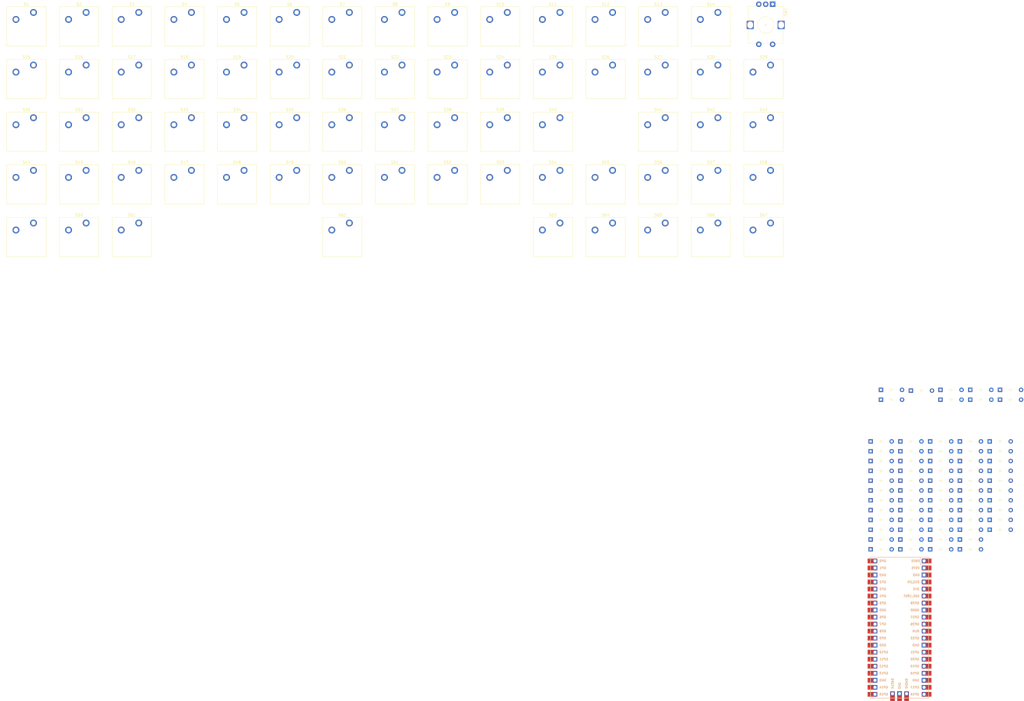
<source format=kicad_pcb>
(kicad_pcb (version 20241229) (generator "pcbnew") (generator_version "9.0")
  (layers (0 "F.Cu" signal) (2 "B.Cu" signal) (13 "F.Paste" user) (15 "B.Paste" user) (5 "F.SilkS" user "F.Silkscreen") (7 "B.SilkS" user "B.Silkscreen") (1 "F.Mask" user) (3 "B.Mask" user) (25 "Edge.Cuts" user))
  (net 0 "")
  (net 1 "Net-(D1-A)")
  (net 2 "Row 0")
  (net 3 "Net-(D2-A)")
  (net 4 "Net-(D3-A)")
  (net 5 "Net-(D4-A)")
  (net 6 "Net-(D5-A)")
  (net 7 "Net-(D6-A)")
  (net 8 "Net-(D7-A)")
  (net 9 "Net-(D8-A)")
  (net 10 "Net-(D9-A)")
  (net 11 "Net-(D10-A)")
  (net 12 "Net-(D11-A)")
  (net 13 "Net-(D12-A)")
  (net 14 "Net-(D13-A)")
  (net 15 "Net-(D14-A)")
  (net 16 "Net-(D15-A)")
  (net 17 "Net-(D16-A)")
  (net 18 "Row 1")
  (net 19 "Net-(D17-A)")
  (net 20 "Net-(D18-A)")
  (net 21 "Net-(D19-A)")
  (net 22 "Net-(D20-A)")
  (net 23 "Net-(D21-A)")
  (net 24 "Net-(D22-A)")
  (net 25 "Net-(D23-A)")
  (net 26 "Net-(D24-A)")
  (net 27 "Net-(D25-A)")
  (net 28 "Net-(D26-A)")
  (net 29 "Net-(D27-A)")
  (net 30 "Net-(D28-A)")
  (net 31 "Net-(D29-A)")
  (net 32 "Net-(D30-A)")
  (net 33 "Row 2")
  (net 34 "Net-(D31-A)")
  (net 35 "Net-(D32-A)")
  (net 36 "Net-(D33-A)")
  (net 37 "Net-(D34-A)")
  (net 38 "Net-(D35-A)")
  (net 39 "Net-(D36-A)")
  (net 40 "Net-(D37-A)")
  (net 41 "Net-(D38-A)")
  (net 42 "Net-(D39-A)")
  (net 43 "Net-(D40-A)")
  (net 44 "Net-(D41-A)")
  (net 45 "Net-(D43-A)")
  (net 46 "Net-(D44-A)")
  (net 47 "Net-(D45-A)")
  (net 48 "Net-(D46-A)")
  (net 49 "Row 3")
  (net 50 "Net-(D47-A)")
  (net 51 "Net-(D48-A)")
  (net 52 "Net-(D49-A)")
  (net 53 "Net-(D50-A)")
  (net 54 "Net-(D51-A)")
  (net 55 "Net-(D52-A)")
  (net 56 "Net-(D53-A)")
  (net 57 "Net-(D54-A)")
  (net 58 "Net-(D55-A)")
  (net 59 "Net-(D56-A)")
  (net 60 "Net-(D57-A)")
  (net 61 "Net-(D58-A)")
  (net 62 "Net-(D59-A)")
  (net 63 "Net-(D60-A)")
  (net 64 "Net-(D61-A)")
  (net 65 "Row 4")
  (net 66 "Net-(D62-A)")
  (net 67 "Net-(D63-A)")
  (net 68 "Net-(D67-A)")
  (net 69 "Column 0")
  (net 70 "Column 1")
  (net 71 "Column 2")
  (net 72 "Column 3")
  (net 73 "Column 4")
  (net 74 "Column 5")
  (net 75 "Column 6")
  (net 76 "Column 7")
  (net 77 "Column 8")
  (net 78 "Column 9")
  (net 79 "Column 10")
  (net 80 "Column 11")
  (net 81 "Column 12")
  (net 82 "Column 13")
  (net 83 "Column 14")
  (net 103 "Net-(D42-A)")
  (net 104 "Net-(D64-A)")
  (net 105 "Net-(D65-A)")
  (net 106 "Net-(D66-A)")
  (net 107 "Rotary B")
  (net 108 "Button")
  (net 109 "GND")
  (net 110 "Rotary A")
  (footprint "ScottoKeebs_Components:Diode_DO-35" (layer "F.Cu") (at 773.90625 181.0625)
    (property "Reference" "D18" (hide yes))
    (property "Value" "Diode" (hide yes))
    (pad "1" thru_hole rect (at 0 0) (size 1.6 1.6) (drill 0.8) (layers "*.Cu" "*.Mask") (net 18 "Row 1"))
    (pad "2" thru_hole oval (at 7.62 0) (size 1.6 1.6) (drill 0.8) (layers "*.Cu" "*.Mask") (net 20 "Net-(D18-A)"))
  )
  (footprint "ScottoKeebs_MX:MX_PCB_1.00u" (layer "F.Cu") (at 476.72625 61.9125)
    (property "Reference" "S31" (at 0 -8 0) (layer "F.SilkS"))
    (property "Value" "Keyswitch")
    (pad "" np_thru_hole circle (at -5.08 0) (size 1.75 1.75) (drill 1.75) (layers "*.Cu" "*.Mask"))
    (pad "" np_thru_hole circle (at 0 0) (size 4 4) (drill 4) (layers "*.Cu" "*.Mask"))
    (pad "" np_thru_hole circle (at 5.08 0) (size 1.75 1.75) (drill 1.75) (layers "*.Cu" "*.Mask"))
    (pad "1" thru_hole circle (at -3.81 -2.54) (size 2.5 2.5) (drill 1.5) (layers "*.Cu" "*.Mask") (net 70 "Column 1"))
    (pad "2" thru_hole circle (at 2.54 -5.08) (size 2.5 2.5) (drill 1.5) (layers "*.Cu" "*.Mask") (net 34 "Net-(D31-A)"))
  )
  (footprint "ScottoKeebs_Components:Diode_DO-35" (layer "F.Cu") (at 809.95625 158.8625)
    (property "Reference" "D57" (hide yes))
    (property "Value" "Diode" (hide yes))
    (pad "1" thru_hole rect (at 0 0) (size 1.6 1.6) (drill 0.8) (layers "*.Cu" "*.Mask") (net 49 "Row 3"))
    (pad "2" thru_hole oval (at 7.62 0) (size 1.6 1.6) (drill 0.8) (layers "*.Cu" "*.Mask") (net 60 "Net-(D57-A)"))
  )
  (footprint "ScottoKeebs_MX:MX_PCB_1.00u" (layer "F.Cu") (at 610.07625 80.9625)
    (property "Reference" "S52" (at 0 -8 0) (layer "F.SilkS"))
    (property "Value" "Keyswitch")
    (pad "" np_thru_hole circle (at -5.08 0) (size 1.75 1.75) (drill 1.75) (layers "*.Cu" "*.Mask"))
    (pad "" np_thru_hole circle (at 0 0) (size 4 4) (drill 4) (layers "*.Cu" "*.Mask"))
    (pad "" np_thru_hole circle (at 5.08 0) (size 1.75 1.75) (drill 1.75) (layers "*.Cu" "*.Mask"))
    (pad "1" thru_hole circle (at -3.81 -2.54) (size 2.5 2.5) (drill 1.5) (layers "*.Cu" "*.Mask") (net 77 "Column 8"))
    (pad "2" thru_hole circle (at 2.54 -5.08) (size 2.5 2.5) (drill 1.5) (layers "*.Cu" "*.Mask") (net 55 "Net-(D52-A)"))
  )
  (footprint "ScottoKeebs_MX:MX_PCB_1.00u" (layer "F.Cu") (at 648.17625 23.8125)
    (property "Reference" "S11" (at 0 -8 0) (layer "F.SilkS"))
    (property "Value" "Keyswitch")
    (pad "" np_thru_hole circle (at -5.08 0) (size 1.75 1.75) (drill 1.75) (layers "*.Cu" "*.Mask"))
    (pad "" np_thru_hole circle (at 0 0) (size 4 4) (drill 4) (layers "*.Cu" "*.Mask"))
    (pad "" np_thru_hole circle (at 5.08 0) (size 1.75 1.75) (drill 1.75) (layers "*.Cu" "*.Mask"))
    (pad "1" thru_hole circle (at -3.81 -2.54) (size 2.5 2.5) (drill 1.5) (layers "*.Cu" "*.Mask") (net 79 "Column 10"))
    (pad "2" thru_hole circle (at 2.54 -5.08) (size 2.5 2.5) (drill 1.5) (layers "*.Cu" "*.Mask") (net 12 "Net-(D11-A)"))
  )
  (footprint "ScottoKeebs_MX:MX_PCB_1.00u" (layer "F.Cu") (at 686.27625 80.9625)
    (property "Reference" "S56" (at 0 -8 0) (layer "F.SilkS"))
    (property "Value" "Keyswitch")
    (pad "" np_thru_hole circle (at -5.08 0) (size 1.75 1.75) (drill 1.75) (layers "*.Cu" "*.Mask"))
    (pad "" np_thru_hole circle (at 0 0) (size 4 4) (drill 4) (layers "*.Cu" "*.Mask"))
    (pad "" np_thru_hole circle (at 5.08 0) (size 1.75 1.75) (drill 1.75) (layers "*.Cu" "*.Mask"))
    (pad "1" thru_hole circle (at -3.81 -2.54) (size 2.5 2.5) (drill 1.5) (layers "*.Cu" "*.Mask") (net 81 "Column 12"))
    (pad "2" thru_hole circle (at 2.54 -5.08) (size 2.5 2.5) (drill 1.5) (layers "*.Cu" "*.Mask") (net 59 "Net-(D56-A)"))
  )
  (footprint "ScottoKeebs_Components:Diode_DO-35" (layer "F.Cu") (at 784.67625 205.9125)
    (property "Reference" "D39" (hide yes))
    (property "Value" "Diode" (hide yes))
    (pad "1" thru_hole rect (at 0 0) (size 1.6 1.6) (drill 0.8) (layers "*.Cu" "*.Mask") (net 33 "Row 2"))
    (pad "2" thru_hole oval (at 7.62 0) (size 1.6 1.6) (drill 0.8) (layers "*.Cu" "*.Mask") (net 42 "Net-(D39-A)"))
  )
  (footprint "ScottoKeebs_Components:Diode_DO-35" (layer "F.Cu") (at 799.18625 158.8625)
    (property "Reference" "D43" (hide yes))
    (property "Value" "Diode" (hide yes))
    (pad "1" thru_hole rect (at 0 0) (size 1.6 1.6) (drill 0.8) (layers "*.Cu" "*.Mask") (net 33 "Row 2"))
    (pad "2" thru_hole oval (at 7.62 0) (size 1.6 1.6) (drill 0.8) (layers "*.Cu" "*.Mask") (net 45 "Net-(D43-A)"))
  )
  (footprint "ScottoKeebs_Components:Diode_DO-35" (layer "F.Cu") (at 763.13625 191.7125)
    (property "Reference" "D8" (hide yes))
    (property "Value" "Diode" (hide yes))
    (pad "1" thru_hole rect (at 0 0) (size 1.6 1.6) (drill 0.8) (layers "*.Cu" "*.Mask") (net 2 "Row 0"))
    (pad "2" thru_hole oval (at 7.62 0) (size 1.6 1.6) (drill 0.8) (layers "*.Cu" "*.Mask") (net 9 "Net-(D8-A)"))
  )
  (footprint "ScottoKeebs_MX:MX_PCB_1.00u" (layer "F.Cu") (at 705.32625 61.9125)
    (property "Reference" "S42" (at 0 -8 0) (layer "F.SilkS"))
    (property "Value" "Keyswitch")
    (pad "" np_thru_hole circle (at -5.08 0) (size 1.75 1.75) (drill 1.75) (layers "*.Cu" "*.Mask"))
    (pad "" np_thru_hole circle (at 0 0) (size 4 4) (drill 4) (layers "*.Cu" "*.Mask"))
    (pad "" np_thru_hole circle (at 5.08 0) (size 1.75 1.75) (drill 1.75) (layers "*.Cu" "*.Mask"))
    (pad "1" thru_hole circle (at -3.81 -2.54) (size 2.5 2.5) (drill 1.5) (layers "*.Cu" "*.Mask") (net 82 "Column 13"))
    (pad "2" thru_hole circle (at 2.54 -5.08) (size 2.5 2.5) (drill 1.5) (layers "*.Cu" "*.Mask") (net 103 "Net-(D42-A)"))
  )
  (footprint "ScottoKeebs_MX:MX_PCB_1.00u" (layer "F.Cu") (at 495.77625 100.0125)
    (property "Reference" "S61" (at 0 -8 0) (layer "F.SilkS"))
    (property "Value" "Keyswitch")
    (pad "" np_thru_hole circle (at -5.08 0) (size 1.75 1.75) (drill 1.75) (layers "*.Cu" "*.Mask"))
    (pad "" np_thru_hole circle (at 0 0) (size 4 4) (drill 4) (layers "*.Cu" "*.Mask"))
    (pad "" np_thru_hole circle (at 5.08 0) (size 1.75 1.75) (drill 1.75) (layers "*.Cu" "*.Mask"))
    (pad "1" thru_hole circle (at -3.81 -2.54) (size 2.5 2.5) (drill 1.5) (layers "*.Cu" "*.Mask") (net 71 "Column 2"))
    (pad "2" thru_hole circle (at 2.54 -5.08) (size 2.5 2.5) (drill 1.5) (layers "*.Cu" "*.Mask") (net 64 "Net-(D61-A)"))
  )
  (footprint "ScottoKeebs_Components:Diode_DO-35" (layer "F.Cu") (at 784.67625 198.8125)
    (property "Reference" "D37" (hide yes))
    (property "Value" "Diode" (hide yes))
    (pad "1" thru_hole rect (at 0 0) (size 1.6 1.6) (drill 0.8) (layers "*.Cu" "*.Mask") (net 33 "Row 2"))
    (pad "2" thru_hole oval (at 7.62 0) (size 1.6 1.6) (drill 0.8) (layers "*.Cu" "*.Mask") (net 40 "Net-(D37-A)"))
  )
  (footprint "ScottoKeebs_MX:MX_PCB_1.00u" (layer "F.Cu") (at 686.27625 61.9125)
    (property "Reference" "S41" (at 0 -8 0) (layer "F.SilkS"))
    (property "Value" "Keyswitch")
    (pad "" np_thru_hole circle (at -5.08 0) (size 1.75 1.75) (drill 1.75) (layers "*.Cu" "*.Mask"))
    (pad "" np_thru_hole circle (at 0 0) (size 4 4) (drill 4) (layers "*.Cu" "*.Mask"))
    (pad "" np_thru_hole circle (at 5.08 0) (size 1.75 1.75) (drill 1.75) (layers "*.Cu" "*.Mask"))
    (pad "1" thru_hole circle (at -3.81 -2.54) (size 2.5 2.5) (drill 1.5) (layers "*.Cu" "*.Mask") (net 81 "Column 12"))
    (pad "2" thru_hole circle (at 2.54 -5.08) (size 2.5 2.5) (drill 1.5) (layers "*.Cu" "*.Mask") (net 44 "Net-(D41-A)"))
  )
  (footprint "ScottoKeebs_MX:MX_PCB_1.00u" (layer "F.Cu") (at 476.72625 80.9625)
    (property "Reference" "S45" (at 0 -8 0) (layer "F.SilkS"))
    (property "Value" "Keyswitch")
    (pad "" np_thru_hole circle (at -5.08 0) (size 1.75 1.75) (drill 1.75) (layers "*.Cu" "*.Mask"))
    (pad "" np_thru_hole circle (at 0 0) (size 4 4) (drill 4) (layers "*.Cu" "*.Mask"))
    (pad "" np_thru_hole circle (at 5.08 0) (size 1.75 1.75) (drill 1.75) (layers "*.Cu" "*.Mask"))
    (pad "1" thru_hole circle (at -3.81 -2.54) (size 2.5 2.5) (drill 1.5) (layers "*.Cu" "*.Mask") (net 70 "Column 1"))
    (pad "2" thru_hole circle (at 2.54 -5.08) (size 2.5 2.5) (drill 1.5) (layers "*.Cu" "*.Mask") (net 47 "Net-(D45-A)"))
  )
  (footprint "ScottoKeebs_Components:Diode_DO-35" (layer "F.Cu") (at 806.21625 177.5125)
    (property "Reference" "D59" (hide yes))
    (property "Value" "Diode" (hide yes))
    (pad "1" thru_hole rect (at 0 0) (size 1.6 1.6) (drill 0.8) (layers "*.Cu" "*.Mask") (net 65 "Row 4"))
    (pad "2" thru_hole oval (at 7.62 0) (size 1.6 1.6) (drill 0.8) (layers "*.Cu" "*.Mask") (net 62 "Net-(D59-A)"))
  )
  (footprint "ScottoKeebs_MX:MX_PCB_1.00u" (layer "F.Cu") (at 457.67625 80.9625)
    (property "Reference" "S44" (at 0 -8 0) (layer "F.SilkS"))
    (property "Value" "Keyswitch")
    (pad "" np_thru_hole circle (at -5.08 0) (size 1.75 1.75) (drill 1.75) (layers "*.Cu" "*.Mask"))
    (pad "" np_thru_hole circle (at 0 0) (size 4 4) (drill 4) (layers "*.Cu" "*.Mask"))
    (pad "" np_thru_hole circle (at 5.08 0) (size 1.75 1.75) (drill 1.75) (layers "*.Cu" "*.Mask"))
    (pad "1" thru_hole circle (at -3.81 -2.54) (size 2.5 2.5) (drill 1.5) (layers "*.Cu" "*.Mask") (net 69 "Column 0"))
    (pad "2" thru_hole circle (at 2.54 -5.08) (size 2.5 2.5) (drill 1.5) (layers "*.Cu" "*.Mask") (net 46 "Net-(D44-A)"))
  )
  (footprint "ScottoKeebs_Components:Diode_DO-35" (layer "F.Cu") (at 795.44625 191.7125)
    (property "Reference" "D49" (hide yes))
    (property "Value" "Diode" (hide yes))
    (pad "1" thru_hole rect (at 0 0) (size 1.6 1.6) (drill 0.8) (layers "*.Cu" "*.Mask") (net 49 "Row 3"))
    (pad "2" thru_hole oval (at 7.62 0) (size 1.6 1.6) (drill 0.8) (layers "*.Cu" "*.Mask") (net 52 "Net-(D49-A)"))
  )
  (footprint "ScottoKeebs_Components:Diode_DO-35" (layer "F.Cu") (at 795.44625 188.1625)
    (property "Reference" "D48" (hide yes))
    (property "Value" "Diode" (hide yes))
    (pad "1" thru_hole rect (at 0 0) (size 1.6 1.6) (drill 0.8) (layers "*.Cu" "*.Mask") (net 49 "Row 3"))
    (pad "2" thru_hole oval (at 7.62 0) (size 1.6 1.6) (drill 0.8) (layers "*.Cu" "*.Mask") (net 51 "Net-(D48-A)"))
  )
  (footprint "ScottoKeebs_MX:MX_PCB_1.00u" (layer "F.Cu") (at 552.92625 42.8625)
    (property "Reference" "S20" (at 0 -8 0) (layer "F.SilkS"))
    (property "Value" "Keyswitch")
    (pad "" np_thru_hole circle (at -5.08 0) (size 1.75 1.75) (drill 1.75) (layers "*.Cu" "*.Mask"))
    (pad "" np_thru_hole circle (at 0 0) (size 4 4) (drill 4) (layers "*.Cu" "*.Mask"))
    (pad "" np_thru_hole circle (at 5.08 0) (size 1.75 1.75) (drill 1.75) (layers "*.Cu" "*.Mask"))
    (pad "1" thru_hole circle (at -3.81 -2.54) (size 2.5 2.5) (drill 1.5) (layers "*.Cu" "*.Mask") (net 74 "Column 5"))
    (pad "2" thru_hole circle (at 2.54 -5.08) (size 2.5 2.5) (drill 1.5) (layers "*.Cu" "*.Mask") (net 22 "Net-(D20-A)"))
  )
  (footprint "ScottoKeebs_MX:MX_PCB_1.00u" (layer "F.Cu") (at 667.22625 100.0125)
    (property "Reference" "S64" (at 0 -8 0) (layer "F.SilkS"))
    (property "Value" "Keyswitch")
    (pad "" np_thru_hole circle (at -5.08 0) (size 1.75 1.75) (drill 1.75) (layers "*.Cu" "*.Mask"))
    (pad "" np_thru_hole circle (at 0 0) (size 4 4) (drill 4) (layers "*.Cu" "*.Mask"))
    (pad "" np_thru_hole circle (at 5.08 0) (size 1.75 1.75) (drill 1.75) (layers "*.Cu" "*.Mask"))
    (pad "1" thru_hole circle (at -3.81 -2.54) (size 2.5 2.5) (drill 1.5) (layers "*.Cu" "*.Mask") (net 80 "Column 11"))
    (pad "2" thru_hole circle (at 2.54 -5.08) (size 2.5 2.5) (drill 1.5) (layers "*.Cu" "*.Mask") (net 104 "Net-(D64-A)"))
  )
  (footprint "ScottoKeebs_MX:MX_PCB_1.00u" (layer "F.Cu") (at 648.17625 80.9625)
    (property "Reference" "S54" (at 0 -8 0) (layer "F.SilkS"))
    (property "Value" "Keyswitch")
    (pad "" np_thru_hole circle (at -5.08 0) (size 1.75 1.75) (drill 1.75) (layers "*.Cu" "*.Mask"))
    (pad "" np_thru_hole circle (at 0 0) (size 4 4) (drill 4) (layers "*.Cu" "*.Mask"))
    (pad "" np_thru_hole circle (at 5.08 0) (size 1.75 1.75) (drill 1.75) (layers "*.Cu" "*.Mask"))
    (pad "1" thru_hole circle (at -3.81 -2.54) (size 2.5 2.5) (drill 1.5) (layers "*.Cu" "*.Mask") (net 79 "Column 10"))
    (pad "2" thru_hole circle (at 2.54 -5.08) (size 2.5 2.5) (drill 1.5) (layers "*.Cu" "*.Mask") (net 57 "Net-(D54-A)"))
  )
  (footprint "ScottoKeebs_Components:Diode_DO-35" (layer "F.Cu") (at 788.41625 155.3125)
    (property "Reference" "D28" (hide yes))
    (property "Value" "Diode" (hide yes))
    (pad "1" thru_hole rect (at 0 0) (size 1.6 1.6) (drill 0.8) (layers "*.Cu" "*.Mask") (net 18 "Row 1"))
    (pad "2" thru_hole oval (at 7.62 0) (size 1.6 1.6) (drill 0.8) (layers "*.Cu" "*.Mask") (net 30 "Net-(D28-A)"))
  )
  (footprint "ScottoKeebs_MX:MX_PCB_1.00u" (layer "F.Cu") (at 552.92625 80.9625)
    (property "Reference" "S49" (at 0 -8 0) (layer "F.SilkS"))
    (property "Value" "Keyswitch")
    (pad "" np_thru_hole circle (at -5.08 0) (size 1.75 1.75) (drill 1.75) (layers "*.Cu" "*.Mask"))
    (pad "" np_thru_hole circle (at 0 0) (size 4 4) (drill 4) (layers "*.Cu" "*.Mask"))
    (pad "" np_thru_hole circle (at 5.08 0) (size 1.75 1.75) (drill 1.75) (layers "*.Cu" "*.Mask"))
    (pad "1" thru_hole circle (at -3.81 -2.54) (size 2.5 2.5) (drill 1.5) (layers "*.Cu" "*.Mask") (net 74 "Column 5"))
    (pad "2" thru_hole circle (at 2.54 -5.08) (size 2.5 2.5) (drill 1.5) (layers "*.Cu" "*.Mask") (net 52 "Net-(D49-A)"))
  )
  (footprint "ScottoKeebs_Components:Diode_DO-35" (layer "F.Cu") (at 795.44625 181.0625)
    (property "Reference" "D46" (hide yes))
    (property "Value" "Diode" (hide yes))
    (pad "1" thru_hole rect (at 0 0) (size 1.6 1.6) (drill 0.8) (layers "*.Cu" "*.Mask") (net 49 "Row 3"))
    (pad "2" thru_hole oval (at 7.62 0) (size 1.6 1.6) (drill 0.8) (layers "*.Cu" "*.Mask") (net 48 "Net-(D46-A)"))
  )
  (footprint "ScottoKeebs_Components:Diode_DO-35" (layer "F.Cu") (at 773.90625 202.3625)
    (property "Reference" "D24" (hide yes))
    (property "Value" "Diode" (hide yes))
    (pad "1" thru_hole rect (at 0 0) (size 1.6 1.6) (drill 0.8) (layers "*.Cu" "*.Mask") (net 18 "Row 1"))
    (pad "2" thru_hole oval (at 7.62 0) (size 1.6 1.6) (drill 0.8) (layers "*.Cu" "*.Mask") (net 26 "Net-(D24-A)"))
  )
  (footprint "Rotary_Encoder:RotaryEncoder_Alps_EC12E-Switch_Vertical_H20mm" (layer "F.Cu") (at 727.67 15.76875 -90)
    (property "Reference" "SW1" (at 2.8 -4.7 90) (layer "F.SilkS"))
    (property "Value" "RotaryEncoder_Switch")
    (pad "A" thru_hole rect (at 0 0 270) (size 2 2) (drill 1) (layers "*.Cu" "*.Mask") (net 110 "Rotary A"))
    (pad "B" thru_hole circle (at 0 5 270) (size 2 2) (drill 1) (layers "*.Cu" "*.Mask") (net 107 "Rotary B"))
    (pad "C" thru_hole circle (at 0 2.5 270) (size 2 2) (drill 1) (layers "*.Cu" "*.Mask") (net 109 "GND"))
    (pad "MP" thru_hole rect (at 7.5 -3.1 270) (size 3 2.5) (drill oval 2.5 2) (layers "*.Cu" "*.Mask"))
    (pad "MP" thru_hole rect (at 7.5 8.1 270) (size 3 2.5) (drill oval 2.5 2) (layers "*.Cu" "*.Mask"))
    (pad "S1" thru_hole circle (at 14.5 0 270) (size 2 2) (drill 1) (layers "*.Cu" "*.Mask") (net 108 "Button"))
    (pad "S2" thru_hole circle (at 14.5 5 270) (size 2 2) (drill 1) (layers "*.Cu" "*.Mask") (net 109 "GND"))
  )
  (footprint "ScottoKeebs_Components:Diode_DO-35" (layer "F.Cu") (at 773.90625 205.9125)
    (property "Reference" "D25" (hide yes))
    (property "Value" "Diode" (hide yes))
    (pad "1" thru_hole rect (at 0 0) (size 1.6 1.6) (drill 0.8) (layers "*.Cu" "*.Mask") (net 18 "Row 1"))
    (pad "2" thru_hole oval (at 7.62 0) (size 1.6 1.6) (drill 0.8) (layers "*.Cu" "*.Mask") (net 27 "Net-(D25-A)"))
  )
  (footprint "ScottoKeebs_MX:MX_PCB_1.00u" (layer "F.Cu") (at 552.92625 23.8125)
    (property "Reference" "S6" (at 0 -8 0) (layer "F.SilkS"))
    (property "Value" "Keyswitch")
    (pad "" np_thru_hole circle (at -5.08 0) (size 1.75 1.75) (drill 1.75) (layers "*.Cu" "*.Mask"))
    (pad "" np_thru_hole circle (at 0 0) (size 4 4) (drill 4) (layers "*.Cu" "*.Mask"))
    (pad "" np_thru_hole circle (at 5.08 0) (size 1.75 1.75) (drill 1.75) (layers "*.Cu" "*.Mask"))
    (pad "1" thru_hole circle (at -3.81 -2.54) (size 2.5 2.5) (drill 1.5) (layers "*.Cu" "*.Mask") (net 74 "Column 5"))
    (pad "2" thru_hole circle (at 2.54 -5.08) (size 2.5 2.5) (drill 1.5) (layers "*.Cu" "*.Mask") (net 7 "Net-(D6-A)"))
  )
  (footprint "ScottoKeebs_MX:MX_PCB_1.00u" (layer "F.Cu") (at 591.02625 23.8125)
    (property "Reference" "S8" (at 0 -8 0) (layer "F.SilkS"))
    (property "Value" "Keyswitch")
    (pad "" np_thru_hole circle (at -5.08 0) (size 1.75 1.75) (drill 1.75) (layers "*.Cu" "*.Mask"))
    (pad "" np_thru_hole circle (at 0 0) (size 4 4) (drill 4) (layers "*.Cu" "*.Mask"))
    (pad "" np_thru_hole circle (at 5.08 0) (size 1.75 1.75) (drill 1.75) (layers "*.Cu" "*.Mask"))
    (pad "1" thru_hole circle (at -3.81 -2.54) (size 2.5 2.5) (drill 1.5) (layers "*.Cu" "*.Mask") (net 76 "Column 7"))
    (pad "2" thru_hole circle (at 2.54 -5.08) (size 2.5 2.5) (drill 1.5) (layers "*.Cu" "*.Mask") (net 9 "Net-(D8-A)"))
  )
  (footprint "ScottoKeebs_MX:MX_PCB_1.00u" (layer "F.Cu") (at 686.27625 23.8125)
    (property "Reference" "S13" (at 0 -8 0) (layer "F.SilkS"))
    (property "Value" "Keyswitch")
    (pad "" np_thru_hole circle (at -5.08 0) (size 1.75 1.75) (drill 1.75) (layers "*.Cu" "*.Mask"))
    (pad "" np_thru_hole circle (at 0 0) (size 4 4) (drill 4) (layers "*.Cu" "*.Mask"))
    (pad "" np_thru_hole circle (at 5.08 0) (size 1.75 1.75) (drill 1.75) (layers "*.Cu" "*.Mask"))
    (pad "1" thru_hole circle (at -3.81 -2.54) (size 2.5 2.5) (drill 1.5) (layers "*.Cu" "*.Mask") (net 81 "Column 12"))
    (pad "2" thru_hole circle (at 2.54 -5.08) (size 2.5 2.5) (drill 1.5) (layers "*.Cu" "*.Mask") (net 14 "Net-(D13-A)"))
  )
  (footprint "ScottoKeebs_MX:MX_PCB_1.00u" (layer "F.Cu") (at 629.12625 80.9625)
    (property "Reference" "S53" (at 0 -8 0) (layer "F.SilkS"))
    (property "Value" "Keyswitch")
    (pad "" np_thru_hole circle (at -5.08 0) (size 1.75 1.75) (drill 1.75) (layers "*.Cu" "*.Mask"))
    (pad "" np_thru_hole circle (at 0 0) (size 4 4) (drill 4) (layers "*.Cu" "*.Mask"))
    (pad "" np_thru_hole circle (at 5.08 0) (size 1.75 1.75) (drill 1.75) (layers "*.Cu" "*.Mask"))
    (pad "1" thru_hole circle (at -3.81 -2.54) (size 2.5 2.5) (drill 1.5) (layers "*.Cu" "*.Mask") (net 78 "Column 9"))
    (pad "2" thru_hole circle (at 2.54 -5.08) (size 2.5 2.5) (drill 1.5) (layers "*.Cu" "*.Mask") (net 56 "Net-(D53-A)"))
  )
  (footprint "ScottoKeebs_Components:Diode_DO-35" (layer "F.Cu") (at 795.44625 213.0125)
    (property "Reference" "D55" (hide yes))
    (property "Value" "Diode" (hide yes))
    (pad "1" thru_hole rect (at 0 0) (size 1.6 1.6) (drill 0.8) (layers "*.Cu" "*.Mask") (net 49 "Row 3"))
    (pad "2" thru_hole oval (at 7.62 0) (size 1.6 1.6) (drill 0.8) (layers "*.Cu" "*.Mask") (net 58 "Net-(D55-A)"))
  )
  (footprint "ScottoKeebs_MX:MX_PCB_1.00u" (layer "F.Cu") (at 514.82625 23.8125)
    (property "Reference" "S4" (at 0 -8 0) (layer "F.SilkS"))
    (property "Value" "Keyswitch")
    (pad "" np_thru_hole circle (at -5.08 0) (size 1.75 1.75) (drill 1.75) (layers "*.Cu" "*.Mask"))
    (pad "" np_thru_hole circle (at 0 0) (size 4 4) (drill 4) (layers "*.Cu" "*.Mask"))
    (pad "" np_thru_hole circle (at 5.08 0) (size 1.75 1.75) (drill 1.75) (layers "*.Cu" "*.Mask"))
    (pad "1" thru_hole circle (at -3.81 -2.54) (size 2.5 2.5) (drill 1.5) (layers "*.Cu" "*.Mask") (net 72 "Column 3"))
    (pad "2" thru_hole circle (at 2.54 -5.08) (size 2.5 2.5) (drill 1.5) (layers "*.Cu" "*.Mask") (net 5 "Net-(D4-A)"))
  )
  (footprint "ScottoKeebs_MX:MX_PCB_1.00u" (layer "F.Cu") (at 533.87625 42.8625)
    (property "Reference" "S19" (at 0 -8 0) (layer "F.SilkS"))
    (property "Value" "Keyswitch")
    (pad "" np_thru_hole circle (at -5.08 0) (size 1.75 1.75) (drill 1.75) (layers "*.Cu" "*.Mask"))
    (pad "" np_thru_hole circle (at 0 0) (size 4 4) (drill 4) (layers "*.Cu" "*.Mask"))
    (pad "" np_thru_hole circle (at 5.08 0) (size 1.75 1.75) (drill 1.75) (layers "*.Cu" "*.Mask"))
    (pad "1" thru_hole circle (at -3.81 -2.54) (size 2.5 2.5) (drill 1.5) (layers "*.Cu" "*.Mask") (net 73 "Column 4"))
    (pad "2" thru_hole circle (at 2.54 -5.08) (size 2.5 2.5) (drill 1.5) (layers "*.Cu" "*.Mask") (net 21 "Net-(D19-A)"))
  )
  (footprint "ScottoKeebs_MX:MX_PCB_1.00u" (layer "F.Cu") (at 667.22625 42.8625)
    (property "Reference" "S26" (at 0 -8 0) (layer "F.SilkS"))
    (property "Value" "Keyswitch")
    (pad "" np_thru_hole circle (at -5.08 0) (size 1.75 1.75) (drill 1.75) (layers "*.Cu" "*.Mask"))
    (pad "" np_thru_hole circle (at 0 0) (size 4 4) (drill 4) (layers "*.Cu" "*.Mask"))
    (pad "" np_thru_hole circle (at 5.08 0) (size 1.75 1.75) (drill 1.75) (layers "*.Cu" "*.Mask"))
    (pad "1" thru_hole circle (at -3.81 -2.54) (size 2.5 2.5) (drill 1.5) (layers "*.Cu" "*.Mask") (net 80 "Column 11"))
    (pad "2" thru_hole circle (at 2.54 -5.08) (size 2.5 2.5) (drill 1.5) (layers "*.Cu" "*.Mask") (net 28 "Net-(D26-A)"))
  )
  (footprint "ScottoKeebs_MX:MX_PCB_1.00u" (layer "F.Cu") (at 629.12625 61.9125)
    (property "Reference" "S39" (at 0 -8 0) (layer "F.SilkS"))
    (property "Value" "Keyswitch")
    (pad "" np_thru_hole circle (at -5.08 0) (size 1.75 1.75) (drill 1.75) (layers "*.Cu" "*.Mask"))
    (pad "" np_thru_hole circle (at 0 0) (size 4 4) (drill 4) (layers "*.Cu" "*.Mask"))
    (pad "" np_thru_hole circle (at 5.08 0) (size 1.75 1.75) (drill 1.75) (layers "*.Cu" "*.Mask"))
    (pad "1" thru_hole circle (at -3.81 -2.54) (size 2.5 2.5) (drill 1.5) (layers "*.Cu" "*.Mask") (net 78 "Column 9"))
    (pad "2" thru_hole circle (at 2.54 -5.08) (size 2.5 2.5) (drill 1.5) (layers "*.Cu" "*.Mask") (net 42 "Net-(D39-A)"))
  )
  (footprint "ScottoKeebs_MX:MX_PCB_1.00u" (layer "F.Cu") (at 724.37625 42.8625)
    (property "Reference" "S29" (at 0 -8 0) (layer "F.SilkS"))
    (property "Value" "Keyswitch")
    (pad "" np_thru_hole circle (at -5.08 0) (size 1.75 1.75) (drill 1.75) (layers "*.Cu" "*.Mask"))
    (pad "" np_thru_hole circle (at 0 0) (size 4 4) (drill 4) (layers "*.Cu" "*.Mask"))
    (pad "" np_thru_hole circle (at 5.08 0) (size 1.75 1.75) (drill 1.75) (layers "*.Cu" "*.Mask"))
    (pad "1" thru_hole circle (at -3.81 -2.54) (size 2.5 2.5) (drill 1.5) (layers "*.Cu" "*.Mask") (net 83 "Column 14"))
    (pad "2" thru_hole circle (at 2.54 -5.08) (size 2.5 2.5) (drill 1.5) (layers "*.Cu" "*.Mask") (net 31 "Net-(D29-A)"))
  )
  (footprint "ScottoKeebs_MX:MX_PCB_1.00u" (layer "F.Cu") (at 571.97625 61.9125)
    (property "Reference" "S36" (at 0 -8 0) (layer "F.SilkS"))
    (property "Value" "Keyswitch")
    (pad "" np_thru_hole circle (at -5.08 0) (size 1.75 1.75) (drill 1.75) (layers "*.Cu" "*.Mask"))
    (pad "" np_thru_hole circle (at 0 0) (size 4 4) (drill 4) (layers "*.Cu" "*.Mask"))
    (pad "" np_thru_hole circle (at 5.08 0) (size 1.75 1.75) (drill 1.75) (layers "*.Cu" "*.Mask"))
    (pad "1" thru_hole circle (at -3.81 -2.54) (size 2.5 2.5) (drill 1.5) (layers "*.Cu" "*.Mask") (net 75 "Column 6"))
    (pad "2" thru_hole circle (at 2.54 -5.08) (size 2.5 2.5) (drill 1.5) (layers "*.Cu" "*.Mask") (net 39 "Net-(D36-A)"))
  )
  (footprint "ScottoKeebs_MCU:Raspberry_Pi_Pico" (layer "F.Cu") (at 773.60125 241.3475)
    (property "Reference" "U1" (hide yes))
    (property "Value" "Raspberry_Pi_Pico" (hide yes))
    (fp_text user "GND" (at -6.04 19.05 0) (layer "F.SilkS") (effects (font (size 0.8 0.8))))
    (fp_text user "GP11" (at -5.69 11.43 0) (layer "F.SilkS") (effects (font (size 0.8 0.8))))
    (fp_text user "GP4" (at -6.04 -11.43 0) (layer "F.SilkS") (effects (font (size 0.8 0.8))))
    (fp_text user "GP1" (at -6.04 -21.6 0) (layer "F.SilkS") (effects (font (size 0.8 0.8))))
    (fp_text user "RUN" (at 5.89 1.27 0) (layer "F.SilkS") (effects (font (size 0.8 0.8))))
    (fp_text user "GP20" (at 5.54 11.43 0) (layer "F.SilkS") (effects (font (size 0.8 0.8))))
    (fp_text user "GND" (at -6.04 -19.05 0) (layer "F.SilkS") (effects (font (size 0.8 0.8))))
    (fp_text user "GP27" (at 5.54 -3.8 0) (layer "F.SilkS") (effects (font (size 0.8 0.8))))
    (fp_text user "GP5" (at -6.04 -8.89 0) (layer "F.SilkS") (effects (font (size 0.8 0.8))))
    (fp_text user "GP28" (at 5.54 -8.89 0) (layer "F.SilkS") (effects (font (size 0.8 0.8))))
    (fp_text user "SWCLK" (at -2.54 20.25 90) (layer "F.SilkS") (effects (font (size 0.8 0.8))))
    (fp_text user "GP18" (at 5.54 16.51 0) (layer "F.SilkS") (effects (font (size 0.8 0.8))))
    (fp_text user "GP10" (at -5.69 8.89 0) (layer "F.SilkS") (effects (font (size 0.8 0.8))))
    (fp_text user "GND" (at -6.04 6.35 0) (layer "F.SilkS") (effects (font (size 0.8 0.8))))
    (fp_text user "3V3_EN" (at 5.04 -16.51 0) (layer "F.SilkS") (effects (font (size 0.8 0.8))))
    (fp_text user "GP0" (at -6.04 -24.13 0) (layer "F.SilkS") (effects (font (size 0.8 0.8))))
    (fp_text user "GND" (at 0 21 90) (layer "F.SilkS") (effects (font (size 0.8 0.8))))
    (fp_text user "GP9" (at -6.04 3.81 0) (layer "F.SilkS") (effects (font (size 0.8 0.8))))
    (fp_text user "GP21" (at 5.54 8.9 0) (layer "F.SilkS") (effects (font (size 0.8 0.8))))
    (fp_text user "GP15" (at -5.69 24.13 0) (layer "F.SilkS") (effects (font (size 0.8 0.8))))
    (fp_text user "GP19" (at 5.54 13.97 0) (layer "F.SilkS") (effects (font (size 0.8 0.8))))
    (fp_text user "GP12" (at -5.69 13.97 0) (layer "F.SilkS") (effects (font (size 0.8 0.8))))
    (fp_text user "ADC_VREF" (at 4.29 -11.43 0) (layer "F.SilkS") (effects (font (size 0.8 0.8))))
    (fp_text user "GP8" (at -6.04 1.27 0) (layer "F.SilkS") (effects (font (size 0.8 0.8))))
    (fp_text user "GP2" (at -6.04 -16.51 0) (layer "F.SilkS") (effects (font (size 0.8 0.8))))
    (fp_text user "GP13" (at -5.69 16.51 0) (layer "F.SilkS") (effects (font (size 0.8 0.8))))
    (fp_text user "GP6" (at -6.04 -3.81 0) (layer "F.SilkS") (effects (font (size 0.8 0.8))))
    (fp_text user "VBUS" (at 5.79 -24.13 0) (layer "F.SilkS") (effects (font (size 0.8 0.8))))
    (fp_text user "GND" (at 5.89 19.05 0) (layer "F.SilkS") (effects (font (size 0.8 0.8))))
    (fp_text user "GP7" (at -6.04 -1.3 0) (layer "F.SilkS") (effects (font (size 0.8 0.8))))
    (fp_text user "GP22" (at 5.54 3.81 0) (layer "F.SilkS") (effects (font (size 0.8 0.8))))
    (fp_text user "GND" (at -6.04 -6.35 0) (layer "F.SilkS") (effects (font (size 0.8 0.8))))
    (fp_text user "SWDIO" (at 2.54 20.25 90) (layer "F.SilkS") (effects (font (size 0.8 0.8))))
    (fp_text user "VSYS" (at 5.79 -21.59 0) (layer "F.SilkS") (effects (font (size 0.8 0.8))))
    (fp_text user "AGND" (at 5.54 -6.35 0) (layer "F.SilkS") (effects (font (size 0.8 0.8))))
    (fp_text user "GP3" (at -6.04 -13.97 0) (layer "F.SilkS") (effects (font (size 0.8 0.8))))
    (fp_text user "GP26" (at 5.54 -1.27 0) (layer "F.SilkS") (effects (font (size 0.8 0.8))))
    (fp_text user "GP16" (at 5.54 24.13 0) (layer "F.SilkS") (effects (font (size 0.8 0.8))))
    (fp_text user "GND" (at 6.04 -19.05 0) (layer "F.SilkS") (effects (font (size 0.8 0.8))))
    (fp_text user "GND" (at 5.89 6.35 0) (layer "F.SilkS") (effects (font (size 0.8 0.8))))
    (fp_text user "GP17" (at 5.54 21.59 0) (layer "F.SilkS") (effects (font (size 0.8 0.8))))
    (fp_text user "3V3" (at 6.04 -13.97 0) (layer "F.SilkS") (effects (font (size 0.8 0.8))))
    (fp_text user "GP14" (at -5.69 21.59 0) (layer "F.SilkS") (effects (font (size 0.8 0.8))))
    (fp_text user "GP20" (at 5.54 11.43 0) (layer "B.SilkS") (effects (font (size 0.8 0.8)) (justify mirror)))
    (fp_text user "GP21" (at 5.54 8.9 0) (layer "B.SilkS") (effects (font (size 0.8 0.8)) (justify mirror)))
    (fp_text user "GND" (at 5.89 19.05 0) (layer "B.SilkS") (effects (font (size 0.8 0.8)) (justify mirror)))
    (fp_text user "GP15" (at -5.69 24.13 0) (layer "B.SilkS") (effects (font (size 0.8 0.8)) (justify mirror)))
    (fp_text user "GP14" (at -5.69 21.59 0) (layer "B.SilkS") (effects (font (size 0.8 0.8)) (justify mirror)))
    (fp_text user "GND" (at -6.04 -6.35 0) (layer "B.SilkS") (effects (font (size 0.8 0.8)) (justify mirror)))
    (fp_text user "GP27" (at 5.54 -3.8 0) (layer "B.SilkS") (effects (font (size 0.8 0.8)) (justify mirror)))
    (fp_text user "3V3_EN" (at 5.04 -16.51 0) (layer "B.SilkS") (effects (font (size 0.8 0.8)) (justify mirror)))
    (fp_text user "GP12" (at -5.69 13.97 0) (layer "B.SilkS") (effects (font (size 0.8 0.8)) (justify mirror)))
    (fp_text user "VBUS" (at 5.79 -24.13 0) (layer "B.SilkS") (effects (font (size 0.8 0.8)) (justify mirror)))
    (fp_text user "GP18" (at 5.54 16.51 0) (layer "B.SilkS") (effects (font (size 0.8 0.8)) (justify mirror)))
    (fp_text user "GP10" (at -5.69 8.89 0) (layer "B.SilkS") (effects (font (size 0.8 0.8)) (justify mirror)))
    (fp_text user "GP3" (at -6.04 -13.97 0) (layer "B.SilkS") (effects (font (size 0.8 0.8)) (justify mirror)))
    (fp_text user "GP4" (at -6.04 -11.43 0) (layer "B.SilkS") (effects (font (size 0.8 0.8)) (justify mirror)))
    (fp_text user "AGND" (at 5.54 -6.35 0) (layer "B.SilkS") (effects (font (size 0.8 0.8)) (justify mirror)))
    (fp_text user "GP7" (at -6.04 -1.3 0) (layer "B.SilkS") (effects (font (size 0.8 0.8)) (justify mirror)))
    (fp_text user "GP9" (at -6.04 3.81 0) (layer "B.SilkS") (effects (font (size 0.8 0.8)) (justify mirror)))
    (fp_text user "3V3" (at 6.04 -13.97 0) (layer "B.SilkS") (effects (font (size 0.8 0.8)) (justify mirror)))
    (fp_text user "GND" (at -6.04 19.05 0) (layer "B.SilkS") (effects (font (size 0.8 0.8)) (justify mirror)))
    (fp_text user "GP2" (at -6.04 -16.51 0) (layer "B.SilkS") (effects (font (size 0.8 0.8)) (justify mirror)))
    (fp_text user "GP8" (at -6.04 1.27 0) (layer "B.SilkS") (effects (font (size 0.8 0.8)) (justify mirror)))
    (fp_text user "GP1" (at -6.04 -21.6 0) (layer "B.SilkS") (effects (font (size 0.8 0.8)) (justify mirror)))
    (fp_text user "GP0" (at -6.04 -24.13 0) (layer "B.SilkS") (effects (font (size 0.8 0.8)) (justify mirror)))
    (fp_text user "ADC_VREF" (at 4.29 -11.43 0) (layer "B.SilkS") (effects (font (size 0.8 0.8)) (justify mirror)))
    (fp_text user "SWCLK" (at -2.54 20.25 270) (layer "B.SilkS") (effects (font (size 0.8 0.8)) (justify mirror)))
    (fp_text user "RUN" (at 5.89 1.27 0) (layer "B.SilkS") (effects (font (size 0.8 0.8)) (justify mirror)))
    (fp_text user "GND" (at 5.89 6.35 0) (layer "B.SilkS") (effects (font (size 0.8 0.8)) (justify mirror)))
    (fp_text user "GP13" (at -5.69 16.51 0) (layer "B.SilkS") (effects (font (size 0.8 0.8)) (justify mirror)))
    (fp_text user "GND" (at -6.04 6.35 0) (layer "B.SilkS") (effects (font (size 0.8 0.8)) (justify mirror)))
    (fp_text user "GP28" (at 5.54 -8.89 0) (layer "B.SilkS") (effects (font (size 0.8 0.8)) (justify mirror)))
    (fp_text user "GND" (at 6.04 -19.05 0) (layer "B.SilkS") (effects (font (size 0.8 0.8)) (justify mirror)))
    (fp_text user "GP6" (at -6.04 -3.81 0) (layer "B.SilkS") (effects (font (size 0.8 0.8)) (justify mirror)))
    (fp_text user "VSYS" (at 5.79 -21.59 0) (layer "B.SilkS") (effects (font (size 0.8 0.8)) (justify mirror)))
    (fp_text user "GP16" (at 5.54 24.13 0) (layer "B.SilkS") (effects (font (size 0.8 0.8)) (justify mirror)))
    (fp_text user "GP17" (at 5.54 21.59 0) (layer "B.SilkS") (effects (font (size 0.8 0.8)) (justify mirror)))
    (fp_text user "GP19" (at 5.54 13.97 0) (layer "B.SilkS") (effects (font (size 0.8 0.8)) (justify mirror)))
    (fp_text user "GND" (at -6.04 -19.05 0) (layer "B.SilkS") (effects (font (size 0.8 0.8)) (justify mirror)))
    (fp_text user "GP11" (at -5.69 11.43 0) (layer "B.SilkS") (effects (font (size 0.8 0.8)) (justify mirror)))
    (fp_text user "GP5" (at -6.04 -8.89 0) (layer "B.SilkS") (effects (font (size 0.8 0.8)) (justify mirror)))
    (fp_text user "GP22" (at 5.54 3.81 0) (layer "B.SilkS") (effects (font (size 0.8 0.8)) (justify mirror)))
    (fp_text user "GND" (at 0 21 270) (layer "B.SilkS") (effects (font (size 0.8 0.8)) (justify mirror)))
    (fp_text user "SWDIO" (at 2.54 20.25 270) (layer "B.SilkS") (effects (font (size 0.8 0.8)) (justify mirror)))
    (fp_text user "GP26" (at 5.54 -1.27 0) (layer "B.SilkS") (effects (font (size 0.8 0.8)) (justify mirror)))
    (pad "1" thru_hole oval (at -8.89 -24.13) (size 1.7 1.7) (drill 1.02) (layers "*.Cu" "*.Mask") (net 69 "Column 0"))
    (pad "1" smd rect (at -8.89 -24.13) (size 3.5 1.7) (drill (offset -0.9 0)) (layers "F.Cu" "F.Mask") (net 69 "Column 0"))
    (pad "2" thru_hole oval (at -8.89 -21.59) (size 1.7 1.7) (drill 1.02) (layers "*.Cu" "*.Mask") (net 70 "Column 1"))
    (pad "2" smd rect (at -8.89 -21.59) (size 3.5 1.7) (drill (offset -0.9 0)) (layers "F.Cu" "F.Mask") (net 70 "Column 1"))
    (pad "3" thru_hole rect (at -8.89 -19.05) (size 1.7 1.7) (drill 1.02) (layers "*.Cu" "*.Mask") (net 109 "GND"))
    (pad "3" smd rect (at -8.89 -19.05) (size 3.5 1.7) (drill (offset -0.9 0)) (layers "F.Cu" "F.Mask") (net 109 "GND"))
    (pad "4" thru_hole oval (at -8.89 -16.51) (size 1.7 1.7) (drill 1.02) (layers "*.Cu" "*.Mask") (net 71 "Column 2"))
    (pad "4" smd rect (at -8.89 -16.51) (size 3.5 1.7) (drill (offset -0.9 0)) (layers "F.Cu" "F.Mask") (net 71 "Column 2"))
    (pad "5" thru_hole oval (at -8.89 -13.97) (size 1.7 1.7) (drill 1.02) (layers "*.Cu" "*.Mask") (net 72 "Column 3"))
    (pad "5" smd rect (at -8.89 -13.97) (size 3.5 1.7) (drill (offset -0.9 0)) (layers "F.Cu" "F.Mask") (net 72 "Column 3"))
    (pad "6" thru_hole oval (at -8.89 -11.43) (size 1.7 1.7) (drill 1.02) (layers "*.Cu" "*.Mask") (net 73 "Column 4"))
    (pad "6" smd rect (at -8.89 -11.43) (size 3.5 1.7) (drill (offset -0.9 0)) (layers "F.Cu" "F.Mask") (net 73 "Column 4"))
    (pad "7" thru_hole oval (at -8.89 -8.89) (size 1.7 1.7) (drill 1.02) (layers "*.Cu" "*.Mask") (net 74 "Column 5"))
    (pad "7" smd rect (at -8.89 -8.89) (size 3.5 1.7) (drill (offset -0.9 0)) (layers "F.Cu" "F.Mask") (net 74 "Column 5"))
    (pad "8" thru_hole rect (at -8.89 -6.35) (size 1.7 1.7) (drill 1.02) (layers "*.Cu" "*.Mask"))
    (pad "8" smd rect (at -8.89 -6.35) (size 3.5 1.7) (drill (offset -0.9 0)) (layers "F.Cu" "F.Mask"))
    (pad "9" thru_hole oval (at -8.89 -3.81) (size 1.7 1.7) (drill 1.02) (layers "*.Cu" "*.Mask") (net 75 "Column 6"))
    (pad "9" smd rect (at -8.89 -3.81) (size 3.5 1.7) (drill (offset -0.9 0)) (layers "F.Cu" "F.Mask") (net 75 "Column 6"))
    (pad "10" thru_hole oval (at -8.89 -1.27) (size 1.7 1.7) (drill 1.02) (layers "*.Cu" "*.Mask") (net 76 "Column 7"))
    (pad "10" smd rect (at -8.89 -1.27) (size 3.5 1.7) (drill (offset -0.9 0)) (layers "F.Cu" "F.Mask") (net 76 "Column 7"))
    (pad "11" thru_hole oval (at -8.89 1.27) (size 1.7 1.7) (drill 1.02) (layers "*.Cu" "*.Mask") (net 77 "Column 8"))
    (pad "11" smd rect (at -8.89 1.27) (size 3.5 1.7) (drill (offset -0.9 0)) (layers "F.Cu" "F.Mask") (net 77 "Column 8"))
    (pad "12" thru_hole oval (at -8.89 3.81) (size 1.7 1.7) (drill 1.02) (layers "*.Cu" "*.Mask") (net 78 "Column 9"))
    (pad "12" smd rect (at -8.89 3.81) (size 3.5 1.7) (drill (offset -0.9 0)) (layers "F.Cu" "F.Mask") (net 78 "Column 9"))
    (pad "13" thru_hole rect (at -8.89 6.35) (size 1.7 1.7) (drill 1.02) (layers "*.Cu" "*.Mask"))
    (pad "13" smd rect (at -8.89 6.35) (size 3.5 1.7) (drill (offset -0.9 0)) (layers "F.Cu" "F.Mask"))
    (pad "14" thru_hole oval (at -8.89 8.89) (size 1.7 1.7) (drill 1.02) (layers "*.Cu" "*.Mask") (net 79 "Column 10"))
    (pad "14" smd rect (at -8.89 8.89) (size 3.5 1.7) (drill (offset -0.9 0)) (layers "F.Cu" "F.Mask") (net 79 "Column 10"))
    (pad "15" thru_hole oval (at -8.89 11.43) (size 1.7 1.7) (drill 1.02) (layers "*.Cu" "*.Mask") (net 80 "Column 11"))
    (pad "15" smd rect (at -8.89 11.43) (size 3.5 1.7) (drill (offset -0.9 0)) (layers "F.Cu" "F.Mask") (net 80 "Column 11"))
    (pad "16" thru_hole oval (at -8.89 13.97) (size 1.7 1.7) (drill 1.02) (layers "*.Cu" "*.Mask") (net 81 "Column 12"))
    (pad "16" smd rect (at -8.89 13.97) (size 3.5 1.7) (drill (offset -0.9 0)) (layers "F.Cu" "F.Mask") (net 81 "Column 12"))
    (pad "17" thru_hole oval (at -8.89 16.51) (size 1.7 1.7) (drill 1.02) (layers "*.Cu" "*.Mask") (net 82 "Column 13"))
    (pad "17" smd rect (at -8.89 16.51) (size 3.5 1.7) (drill (offset -0.9 0)) (layers "F.Cu" "F.Mask") (net 82 "Column 13"))
    (pad "18" thru_hole rect (at -8.89 19.05) (size 1.7 1.7) (drill 1.02) (layers "*.Cu" "*.Mask"))
    (pad "18" smd rect (at -8.89 19.05) (size 3.5 1.7) (drill (offset -0.9 0)) (layers "F.Cu" "F.Mask"))
    (pad "19" thru_hole oval (at -8.89 21.59) (size 1.7 1.7) (drill 1.02) (layers "*.Cu" "*.Mask") (net 83 "Column 14"))
    (pad "19" smd rect (at -8.89 21.59) (size 3.5 1.7) (drill (offset -0.9 0)) (layers "F.Cu" "F.Mask") (net 83 "Column 14"))
    (pad "20" thru_hole oval (at -8.89 24.13) (size 1.7 1.7) (drill 1.02) (layers "*.Cu" "*.Mask") (net 2 "Row 0"))
    (pad "20" smd rect (at -8.89 24.13) (size 3.5 1.7) (drill (offset -0.9 0)) (layers "F.Cu" "F.Mask") (net 2 "Row 0"))
    (pad "21" thru_hole oval (at 8.89 24.13) (size 1.7 1.7) (drill 1.02) (layers "*.Cu" "*.Mask") (net 18 "Row 1"))
    (pad "21" smd rect (at 8.89 24.13) (size 3.5 1.7) (drill (offset 0.9 0)) (layers "F.Cu" "F.Mask") (net 18 "Row 1"))
    (pad "22" thru_hole oval (at 8.89 21.59) (size 1.7 1.7) (drill 1.02) (layers "*.Cu" "*.Mask") (net 33 "Row 2"))
    (pad "22" smd rect (at 8.89 21.59) (size 3.5 1.7) (drill (offset 0.9 0)) (layers "F.Cu" "F.Mask") (net 33 "Row 2"))
    (pad "23" thru_hole rect (at 8.89 19.05) (size 1.7 1.7) (drill 1.02) (layers "*.Cu" "*.Mask"))
    (pad "23" smd rect (at 8.89 19.05) (size 3.5 1.7) (drill (offset 0.9 0)) (layers "F.Cu" "F.Mask"))
    (pad "24" thru_hole oval (at 8.89 16.51) (size 1.7 1.7) (drill 1.02) (layers "*.Cu" "*.Mask") (net 49 "Row 3"))
    (pad "24" smd rect (at 8.89 16.51) (size 3.5 1.7) (drill (offset 0.9 0)) (layers "F.Cu" "F.Mask") (net 49 "Row 3"))
    (pad "25" thru_hole oval (at 8.89 13.97) (size 1.7 1.7) (drill 1.02) (layers "*.Cu" "*.Mask") (net 65 "Row 4"))
    (pad "25" smd rect (at 8.89 13.97) (size 3.5 1.7) (drill (offset 0.9 0)) (layers "F.Cu" "F.Mask") (net 65 "Row 4"))
    (pad "26" thru_hole oval (at 8.89 11.43) (size 1.7 1.7) (drill 1.02) (layers "*.Cu" "*.Mask") (net 108 "Button"))
    (pad "26" smd rect (at 8.89 11.43) (size 3.5 1.7) (drill (offset 0.9 0)) (layers "F.Cu" "F.Mask") (net 108 "Button"))
    (pad "27" thru_hole oval (at 8.89 8.89) (size 1.7 1.7) (drill 1.02) (layers "*.Cu" "*.Mask") (net 110 "Rotary A"))
    (pad "27" smd rect (at 8.89 8.89) (size 3.5 1.7) (drill (offset 0.9 0)) (layers "F.Cu" "F.Mask") (net 110 "Rotary A"))
    (pad "28" thru_hole rect (at 8.89 6.35) (size 1.7 1.7) (drill 1.02) (layers "*.Cu" "*.Mask"))
    (pad "28" smd rect (at 8.89 6.35) (size 3.5 1.7) (drill (offset 0.9 0)) (layers "F.Cu" "F.Mask"))
    (pad "29" thru_hole oval (at 8.89 3.81) (size 1.7 1.7) (drill 1.02) (layers "*.Cu" "*.Mask") (net 107 "Rotary B"))
    (pad "29" smd rect (at 8.89 3.81) (size 3.5 1.7) (drill (offset 0.9 0)) (layers "F.Cu" "F.Mask") (net 107 "Rotary B"))
    (pad "30" thru_hole oval (at 8.89 1.27) (size 1.7 1.7) (drill 1.02) (layers "*.Cu" "*.Mask"))
    (pad "30" smd rect (at 8.89 1.27) (size 3.5 1.7) (drill (offset 0.9 0)) (layers "F.Cu" "F.Mask"))
    (pad "31" thru_hole oval (at 8.89 -1.27) (size 1.7 1.7) (drill 1.02) (layers "*.Cu" "*.Mask"))
    (pad "31" smd rect (at 8.89 -1.27) (size 3.5 1.7) (drill (offset 0.9 0)) (layers "F.Cu" "F.Mask"))
    (pad "32" thru_hole oval (at 8.89 -3.81) (size 1.7 1.7) (drill 1.02) (layers "*.Cu" "*.Mask"))
    (pad "32" smd rect (at 8.89 -3.81) (size 3.5 1.7) (drill (offset 0.9 0)) (layers "F.Cu" "F.Mask"))
    (pad "33" thru_hole rect (at 8.89 -6.35) (size 1.7 1.7) (drill 1.02) (layers "*.Cu" "*.Mask"))
    (pad "33" smd rect (at 8.89 -6.35) (size 3.5 1.7) (drill (offset 0.9 0)) (layers "F.Cu" "F.Mask"))
    (pad "34" thru_hole oval (at 8.89 -8.89) (size 1.7 1.7) (drill 1.02) (layers "*.Cu" "*.Mask"))
    (pad "34" smd rect (at 8.89 -8.89) (size 3.5 1.7) (drill (offset 0.9 0)) (layers "F.Cu" "F.Mask"))
    (pad "35" thru_hole oval (at 8.89 -11.43) (size 1.7 1.7) (drill 1.02) (layers "*.Cu" "*.Mask"))
    (pad "35" smd rect (at 8.89 -11.43) (size 3.5 1.7) (drill (offset 0.9 0)) (layers "F.Cu" "F.Mask"))
    (pad "36" thru_hole oval (at 8.89 -13.97) (size 1.7 1.7) (drill 1.02) (layers "*.Cu" "*.Mask"))
    (pad "36" smd rect (at 8.89 -13.97) (size 3.5 1.7) (drill (offset 0.9 0)) (layers "F.Cu" "F.Mask"))
    (pad "37" thru_hole oval (at 8.89 -16.51) (size 1.7 1.7) (drill 1.02) (layers "*.Cu" "*.Mask"))
    (pad "37" smd rect (at 8.89 -16.51) (size 3.5 1.7) (drill (offset 0.9 0)) (layers "F.Cu" "F.Mask"))
    (pad "38" thru_hole rect (at 8.89 -19.05) (size 1.7 1.7) (drill 1.02) (layers "*.Cu" "*.Mask"))
    (pad "38" smd rect (at 8.89 -19.05) (size 3.5 1.7) (drill (offset 0.9 0)) (layers "F.Cu" "F.Mask"))
    (pad "39" thru_hole oval (at 8.89 -21.59) (size 1.7 1.7) (drill 1.02) (layers "*.Cu" "*.Mask"))
    (pad "39" smd rect (at 8.89 -21.59) (size 3.5 1.7) (drill (offset 0.9 0)) (layers "F.Cu" "F.Mask"))
    (pad "40" thru_hole oval (at 8.89 -24.13) (size 1.7 1.7) (drill 1.02) (layers "*.Cu" "*.Mask"))
    (pad "40" smd rect (at 8.89 -24.13) (size 3.5 1.7) (drill (offset 0.9 0)) (layers "F.Cu" "F.Mask"))
    (pad "41" thru_hole oval (at -2.54 23.9) (size 1.7 1.7) (drill 1.02) (layers "*.Cu" "*.Mask"))
    (pad "41" smd rect (at -2.54 23.9 90) (size 3.5 1.7) (drill (offset -0.9 0)) (layers "F.Cu" "F.Mask"))
    (pad "42" thru_hole rect (at 0 23.9) (size 1.7 1.7) (drill 1.02) (layers "*.Cu" "*.Mask"))
    (pad "42" smd rect (at 0 23.9 90) (size 3.5 1.7) (drill (offset -0.9 0)) (layers "F.Cu" "F.Mask"))
    (pad "43" thru_hole oval (at 2.54 23.9) (size 1.7 1.7) (drill 1.02) (layers "*.Cu" "*.Mask"))
    (pad "43" smd rect (at 2.54 23.9 90) (size 3.5 1.7) (drill (offset -0.9 0)) (layers "F.Cu" "F.Mask"))
  )
  (footprint "ScottoKeebs_Components:Diode_DO-35" (layer "F.Cu") (at 763.13625 188.1625)
    (property "Reference" "D7" (hide yes))
    (property "Value" "Diode" (hide yes))
    (pad "1" thru_hole rect (at 0 0) (size 1.6 1.6) (drill 0.8) (layers "*.Cu" "*.Mask") (net 2 "Row 0"))
    (pad "2" thru_hole oval (at 7.62 0) (size 1.6 1.6) (drill 0.8) (layers "*.Cu" "*.Mask") (net 8 "Net-(D7-A)"))
  )
  (footprint "ScottoKeebs_MX:MX_PCB_1.00u" (layer "F.Cu") (at 495.77625 61.9125)
    (property "Reference" "S32" (at 0 -8 0) (layer "F.SilkS"))
    (property "Value" "Keyswitch")
    (pad "" np_thru_hole circle (at -5.08 0) (size 1.75 1.75) (drill 1.75) (layers "*.Cu" "*.Mask"))
    (pad "" np_thru_hole circle (at 0 0) (size 4 4) (drill 4) (layers "*.Cu" "*.Mask"))
    (pad "" np_thru_hole circle (at 5.08 0) (size 1.75 1.75) (drill 1.75) (layers "*.Cu" "*.Mask"))
    (pad "1" thru_hole circle (at -3.81 -2.54) (size 2.5 2.5) (drill 1.5) (layers "*.Cu" "*.Mask") (net 71 "Column 2"))
    (pad "2" thru_hole circle (at 2.54 -5.08) (size 2.5 2.5) (drill 1.5) (layers "*.Cu" "*.Mask") (net 35 "Net-(D32-A)"))
  )
  (footprint "ScottoKeebs_MX:MX_PCB_1.00u" (layer "F.Cu") (at 476.72625 23.8125)
    (property "Reference" "S2" (at 0 -8 0) (layer "F.SilkS"))
    (property "Value" "Keyswitch")
    (pad "" np_thru_hole circle (at -5.08 0) (size 1.75 1.75) (drill 1.75) (layers "*.Cu" "*.Mask"))
    (pad "" np_thru_hole circle (at 0 0) (size 4 4) (drill 4) (layers "*.Cu" "*.Mask"))
    (pad "" np_thru_hole circle (at 5.08 0) (size 1.75 1.75) (drill 1.75) (layers "*.Cu" "*.Mask"))
    (pad "1" thru_hole circle (at -3.81 -2.54) (size 2.5 2.5) (drill 1.5) (layers "*.Cu" "*.Mask") (net 70 "Column 1"))
    (pad "2" thru_hole circle (at 2.54 -5.08) (size 2.5 2.5) (drill 1.5) (layers "*.Cu" "*.Mask") (net 3 "Net-(D2-A)"))
  )
  (footprint "ScottoKeebs_MX:MX_PCB_1.00u" (layer "F.Cu") (at 495.77625 80.9625)
    (property "Reference" "S46" (at 0 -8 0) (layer "F.SilkS"))
    (property "Value" "Keyswitch")
    (pad "" np_thru_hole circle (at -5.08 0) (size 1.75 1.75) (drill 1.75) (layers "*.Cu" "*.Mask"))
    (pad "" np_thru_hole circle (at 0 0) (size 4 4) (drill 4) (layers "*.Cu" "*.Mask"))
    (pad "" np_thru_hole circle (at 5.08 0) (size 1.75 1.75) (drill 1.75) (layers "*.Cu" "*.Mask"))
    (pad "1" thru_hole circle (at -3.81 -2.54) (size 2.5 2.5) (drill 1.5) (layers "*.Cu" "*.Mask") (net 71 "Column 2"))
    (pad "2" thru_hole circle (at 2.54 -5.08) (size 2.5 2.5) (drill 1.5) (layers "*.Cu" "*.Mask") (net 48 "Net-(D46-A)"))
  )
  (footprint "ScottoKeebs_Components:Diode_DO-35" (layer "F.Cu") (at 763.13625 213.0125)
    (property "Reference" "D14" (hide yes))
    (property "Value" "Diode" (hide yes))
    (pad "1" thru_hole rect (at 0 0) (size 1.6 1.6) (drill 0.8) (layers "*.Cu" "*.Mask") (net 2 "Row 0"))
    (pad "2" thru_hole oval (at 7.62 0) (size 1.6 1.6) (drill 0.8) (layers "*.Cu" "*.Mask") (net 15 "Net-(D14-A)"))
  )
  (footprint "ScottoKeebs_MX:MX_PCB_1.00u" (layer "F.Cu") (at 571.97625 80.9625)
    (property "Reference" "S50" (at 0 -8 0) (layer "F.SilkS"))
    (property "Value" "Keyswitch")
    (pad "" np_thru_hole circle (at -5.08 0) (size 1.75 1.75) (drill 1.75) (layers "*.Cu" "*.Mask"))
    (pad "" np_thru_hole circle (at 0 0) (size 4 4) (drill 4) (layers "*.Cu" "*.Mask"))
    (pad "" np_thru_hole circle (at 5.08 0) (size 1.75 1.75) (drill 1.75) (layers "*.Cu" "*.Mask"))
    (pad "1" thru_hole circle (at -3.81 -2.54) (size 2.5 2.5) (drill 1.5) (layers "*.Cu" "*.Mask") (net 75 "Column 6"))
    (pad "2" thru_hole circle (at 2.54 -5.08) (size 2.5 2.5) (drill 1.5) (layers "*.Cu" "*.Mask") (net 53 "Net-(D50-A)"))
  )
  (footprint "ScottoKeebs_Components:Diode_DO-35" (layer "F.Cu") (at 763.13625 181.0625)
    (property "Reference" "D5" (hide yes))
    (property "Value" "Diode" (hide yes))
    (pad "1" thru_hole rect (at 0 0) (size 1.6 1.6) (drill 0.8) (layers "*.Cu" "*.Mask") (net 2 "Row 0"))
    (pad "2" thru_hole oval (at 7.62 0) (size 1.6 1.6) (drill 0.8) (layers "*.Cu" "*.Mask") (net 6 "Net-(D5-A)"))
  )
  (footprint "ScottoKeebs_MX:MX_PCB_1.00u" (layer "F.Cu") (at 705.32625 80.9625)
    (property "Reference" "S57" (at 0 -8 0) (layer "F.SilkS"))
    (property "Value" "Keyswitch")
    (pad "" np_thru_hole circle (at -5.08 0) (size 1.75 1.75) (drill 1.75) (layers "*.Cu" "*.Mask"))
    (pad "" np_thru_hole circle (at 0 0) (size 4 4) (drill 4) (layers "*.Cu" "*.Mask"))
    (pad "" np_thru_hole circle (at 5.08 0) (size 1.75 1.75) (drill 1.75) (layers "*.Cu" "*.Mask"))
    (pad "1" thru_hole circle (at -3.81 -2.54) (size 2.5 2.5) (drill 1.5) (layers "*.Cu" "*.Mask") (net 82 "Column 13"))
    (pad "2" thru_hole circle (at 2.54 -5.08) (size 2.5 2.5) (drill 1.5) (layers "*.Cu" "*.Mask") (net 60 "Net-(D57-A)"))
  )
  (footprint "ScottoKeebs_Components:Diode_DO-35" (layer "F.Cu") (at 784.67625 191.7125)
    (property "Reference" "D35" (hide yes))
    (property "Value" "Diode" (hide yes))
    (pad "1" thru_hole rect (at 0 0) (size 1.6 1.6) (drill 0.8) (layers "*.Cu" "*.Mask") (net 33 "Row 2"))
    (pad "2" thru_hole oval (at 7.62 0) (size 1.6 1.6) (drill 0.8) (layers "*.Cu" "*.Mask") (net 38 "Net-(D35-A)"))
  )
  (footprint "ScottoKeebs_MX:MX_PCB_1.00u" (layer "F.Cu") (at 591.02625 80.9625)
    (property "Reference" "S51" (at 0 -8 0) (layer "F.SilkS"))
    (property "Value" "Keyswitch")
    (pad "" np_thru_hole circle (at -5.08 0) (size 1.75 1.75) (drill 1.75) (layers "*.Cu" "*.Mask"))
    (pad "" np_thru_hole circle (at 0 0) (size 4 4) (drill 4) (layers "*.Cu" "*.Mask"))
    (pad "" np_thru_hole circle (at 5.08 0) (size 1.75 1.75) (drill 1.75) (layers "*.Cu" "*.Mask"))
    (pad "1" thru_hole circle (at -3.81 -2.54) (size 2.5 2.5) (drill 1.5) (layers "*.Cu" "*.Mask") (net 76 "Column 7"))
    (pad "2" thru_hole circle (at 2.54 -5.08) (size 2.5 2.5) (drill 1.5) (layers "*.Cu" "*.Mask") (net 54 "Net-(D51-A)"))
  )
  (footprint "ScottoKeebs_MX:MX_PCB_1.00u" (layer "F.Cu") (at 552.92625 61.9125)
    (property "Reference" "S35" (at 0 -8 0) (layer "F.SilkS"))
    (property "Value" "Keyswitch")
    (pad "" np_thru_hole circle (at -5.08 0) (size 1.75 1.75) (drill 1.75) (layers "*.Cu" "*.Mask"))
    (pad "" np_thru_hole circle (at 0 0) (size 4 4) (drill 4) (layers "*.Cu" "*.Mask"))
    (pad "" np_thru_hole circle (at 5.08 0) (size 1.75 1.75) (drill 1.75) (layers "*.Cu" "*.Mask"))
    (pad "1" thru_hole circle (at -3.81 -2.54) (size 2.5 2.5) (drill 1.5) (layers "*.Cu" "*.Mask") (net 74 "Column 5"))
    (pad "2" thru_hole circle (at 2.54 -5.08) (size 2.5 2.5) (drill 1.5) (layers "*.Cu" "*.Mask") (net 38 "Net-(D35-A)"))
  )
  (footprint "ScottoKeebs_Components:Diode_DO-35" (layer "F.Cu") (at 788.41625 158.8625)
    (property "Reference" "D29" (hide yes))
    (property "Value" "Diode" (hide yes))
    (pad "1" thru_hole rect (at 0 0) (size 1.6 1.6) (drill 0.8) (layers "*.Cu" "*.Mask") (net 18 "Row 1"))
    (pad "2" thru_hole oval (at 7.62 0) (size 1.6 1.6) (drill 0.8) (layers "*.Cu" "*.Mask") (net 31 "Net-(D29-A)"))
  )
  (footprint "ScottoKeebs_MX:MX_PCB_1.00u" (layer "F.Cu") (at 591.02625 61.9125)
    (property "Reference" "S37" (at 0 -8 0) (layer "F.SilkS"))
    (property "Value" "Keyswitch")
    (pad "" np_thru_hole circle (at -5.08 0) (size 1.75 1.75) (drill 1.75) (layers "*.Cu" "*.Mask"))
    (pad "" np_thru_hole circle (at 0 0) (size 4 4) (drill 4) (layers "*.Cu" "*.Mask"))
    (pad "" np_thru_hole circle (at 5.08 0) (size 1.75 1.75) (drill 1.75) (layers "*.Cu" "*.Mask"))
    (pad "1" thru_hole circle (at -3.81 -2.54) (size 2.5 2.5) (drill 1.5) (layers "*.Cu" "*.Mask") (net 76 "Column 7"))
    (pad "2" thru_hole circle (at 2.54 -5.08) (size 2.5 2.5) (drill 1.5) (layers "*.Cu" "*.Mask") (net 40 "Net-(D37-A)"))
  )
  (footprint "ScottoKeebs_MX:MX_PCB_1.00u" (layer "F.Cu") (at 686.27625 100.0125)
    (property "Reference" "S65" (at 0 -8 0) (layer "F.SilkS"))
    (property "Value" "Keyswitch")
    (pad "" np_thru_hole circle (at -5.08 0) (size 1.75 1.75) (drill 1.75) (layers "*.Cu" "*.Mask"))
    (pad "" np_thru_hole circle (at 0 0) (size 4 4) (drill 4) (layers "*.Cu" "*.Mask"))
    (pad "" np_thru_hole circle (at 5.08 0) (size 1.75 1.75) (drill 1.75) (layers "*.Cu" "*.Mask"))
    (pad "1" thru_hole circle (at -3.81 -2.54) (size 2.5 2.5) (drill 1.5) (layers "*.Cu" "*.Mask") (net 81 "Column 12"))
    (pad "2" thru_hole circle (at 2.54 -5.08) (size 2.5 2.5) (drill 1.5) (layers "*.Cu" "*.Mask") (net 105 "Net-(D65-A)"))
  )
  (footprint "ScottoKeebs_MX:MX_PCB_1.00u" (layer "F.Cu") (at 533.87625 23.8125)
    (property "Reference" "S5" (at 0 -8 0) (layer "F.SilkS"))
    (property "Value" "Keyswitch")
    (pad "" np_thru_hole circle (at -5.08 0) (size 1.75 1.75) (drill 1.75) (layers "*.Cu" "*.Mask"))
    (pad "" np_thru_hole circle (at 0 0) (size 4 4) (drill 4) (layers "*.Cu" "*.Mask"))
    (pad "" np_thru_hole circle (at 5.08 0) (size 1.75 1.75) (drill 1.75) (layers "*.Cu" "*.Mask"))
    (pad "1" thru_hole circle (at -3.81 -2.54) (size 2.5 2.5) (drill 1.5) (layers "*.Cu" "*.Mask") (net 73 "Column 4"))
    (pad "2" thru_hole circle (at 2.54 -5.08) (size 2.5 2.5) (drill 1.5) (layers "*.Cu" "*.Mask") (net 6 "Net-(D5-A)"))
  )
  (footprint "ScottoKeebs_Components:Diode_DO-35" (layer "F.Cu") (at 795.44625 173.9625)
    (property "Reference" "D44" (hide yes))
    (property "Value" "Diode" (hide yes))
    (pad "1" thru_hole rect (at 0 0) (size 1.6 1.6) (drill 0.8) (layers "*.Cu" "*.Mask") (net 49 "Row 3"))
    (pad "2" thru_hole oval (at 7.62 0) (size 1.6 1.6) (drill 0.8) (layers "*.Cu" "*.Mask") (net 46 "Net-(D44-A)"))
  )
  (footprint "ScottoKeebs_MX:MX_PCB_1.00u" (layer "F.Cu") (at 457.67625 42.8625)
    (property "Reference" "S15" (at 0 -8 0) (layer "F.SilkS"))
    (property "Value" "Keyswitch")
    (pad "" np_thru_hole circle (at -5.08 0) (size 1.75 1.75) (drill 1.75) (layers "*.Cu" "*.Mask"))
    (pad "" np_thru_hole circle (at 0 0) (size 4 4) (drill 4) (layers "*.Cu" "*.Mask"))
    (pad "" np_thru_hole circle (at 5.08 0) (size 1.75 1.75) (drill 1.75) (layers "*.Cu" "*.Mask"))
    (pad "1" thru_hole circle (at -3.81 -2.54) (size 2.5 2.5) (drill 1.5) (layers "*.Cu" "*.Mask") (net 69 "Column 0"))
    (pad "2" thru_hole circle (at 2.54 -5.08) (size 2.5 2.5) (drill 1.5) (layers "*.Cu" "*.Mask") (net 16 "Net-(D15-A)"))
  )
  (footprint "ScottoKeebs_MX:MX_PCB_1.00u" (layer "F.Cu") (at 457.67625 23.8125)
    (property "Reference" "S1" (at 0 -8 0) (layer "F.SilkS"))
    (property "Value" "Keyswitch")
    (pad "" np_thru_hole circle (at -5.08 0) (size 1.75 1.75) (drill 1.75) (layers "*.Cu" "*.Mask"))
    (pad "" np_thru_hole circle (at 0 0) (size 4 4) (drill 4) (layers "*.Cu" "*.Mask"))
    (pad "" np_thru_hole circle (at 5.08 0) (size 1.75 1.75) (drill 1.75) (layers "*.Cu" "*.Mask"))
    (pad "1" thru_hole circle (at -3.81 -2.54) (size 2.5 2.5) (drill 1.5) (layers "*.Cu" "*.Mask") (net 69 "Column 0"))
    (pad "2" thru_hole circle (at 2.54 -5.08) (size 2.5 2.5) (drill 1.5) (layers "*.Cu" "*.Mask") (net 1 "Net-(D1-A)"))
  )
  (footprint "ScottoKeebs_Components:Diode_DO-35" (layer "F.Cu") (at 773.90625 213.0125)
    (property "Reference" "D27" (hide yes))
    (property "Value" "Diode" (hide yes))
    (pad "1" thru_hole rect (at 0 0) (size 1.6 1.6) (drill 0.8) (layers "*.Cu" "*.Mask") (net 18 "Row 1"))
    (pad "2" thru_hole oval (at 7.62 0) (size 1.6 1.6) (drill 0.8) (layers "*.Cu" "*.Mask") (net 29 "Net-(D27-A)"))
  )
  (footprint "ScottoKeebs_MX:MX_PCB_1.00u" (layer "F.Cu") (at 514.82625 80.9625)
    (property "Reference" "S47" (at 0 -8 0) (layer "F.SilkS"))
    (property "Value" "Keyswitch")
    (pad "" np_thru_hole circle (at -5.08 0) (size 1.75 1.75) (drill 1.75) (layers "*.Cu" "*.Mask"))
    (pad "" np_thru_hole circle (at 0 0) (size 4 4) (drill 4) (layers "*.Cu" "*.Mask"))
    (pad "" np_thru_hole circle (at 5.08 0) (size 1.75 1.75) (drill 1.75) (layers "*.Cu" "*.Mask"))
    (pad "1" thru_hole circle (at -3.81 -2.54) (size 2.5 2.5) (drill 1.5) (layers "*.Cu" "*.Mask") (net 72 "Column 3"))
    (pad "2" thru_hole circle (at 2.54 -5.08) (size 2.5 2.5) (drill 1.5) (layers "*.Cu" "*.Mask") (net 50 "Net-(D47-A)"))
  )
  (footprint "ScottoKeebs_Components:Diode_DO-35" (layer "F.Cu") (at 806.21625 188.1625)
    (property "Reference" "D62" (hide yes))
    (property "Value" "Diode" (hide yes))
    (pad "1" thru_hole rect (at 0 0) (size 1.6 1.6) (drill 0.8) (layers "*.Cu" "*.Mask") (net 65 "Row 4"))
    (pad "2" thru_hole oval (at 7.62 0) (size 1.6 1.6) (drill 0.8) (layers "*.Cu" "*.Mask") (net 66 "Net-(D62-A)"))
  )
  (footprint "ScottoKeebs_MX:MX_PCB_1.00u" (layer "F.Cu") (at 667.22625 80.9625)
    (property "Reference" "S55" (at 0 -8 0) (layer "F.SilkS"))
    (property "Value" "Keyswitch")
    (pad "" np_thru_hole circle (at -5.08 0) (size 1.75 1.75) (drill 1.75) (layers "*.Cu" "*.Mask"))
    (pad "" np_thru_hole circle (at 0 0) (size 4 4) (drill 4) (layers "*.Cu" "*.Mask"))
    (pad "" np_thru_hole circle (at 5.08 0) (size 1.75 1.75) (drill 1.75) (layers "*.Cu" "*.Mask"))
    (pad "1" thru_hole circle (at -3.81 -2.54) (size 2.5 2.5) (drill 1.5) (layers "*.Cu" "*.Mask") (net 80 "Column 11"))
    (pad "2" thru_hole circle (at 2.54 -5.08) (size 2.5 2.5) (drill 1.5) (layers "*.Cu" "*.Mask") (net 58 "Net-(D55-A)"))
  )
  (footprint "ScottoKeebs_MX:MX_PCB_1.00u" (layer "F.Cu") (at 591.02625 42.8625)
    (property "Reference" "S22" (at 0 -8 0) (layer "F.SilkS"))
    (property "Value" "Keyswitch")
    (pad "" np_thru_hole circle (at -5.08 0) (size 1.75 1.75) (drill 1.75) (layers "*.Cu" "*.Mask"))
    (pad "" np_thru_hole circle (at 0 0) (size 4 4) (drill 4) (layers "*.Cu" "*.Mask"))
    (pad "" np_thru_hole circle (at 5.08 0) (size 1.75 1.75) (drill 1.75) (layers "*.Cu" "*.Mask"))
    (pad "1" thru_hole circle (at -3.81 -2.54) (size 2.5 2.5) (drill 1.5) (layers "*.Cu" "*.Mask") (net 76 "Column 7"))
    (pad "2" thru_hole circle (at 2.54 -5.08) (size 2.5 2.5) (drill 1.5) (layers "*.Cu" "*.Mask") (net 24 "Net-(D22-A)"))
  )
  (footprint "ScottoKeebs_MX:MX_PCB_1.00u" (layer "F.Cu") (at 610.07625 42.8625)
    (property "Reference" "S23" (at 0 -8 0) (layer "F.SilkS"))
    (property "Value" "Keyswitch")
    (pad "" np_thru_hole circle (at -5.08 0) (size 1.75 1.75) (drill 1.75) (layers "*.Cu" "*.Mask"))
    (pad "" np_thru_hole circle (at 0 0) (size 4 4) (drill 4) (layers "*.Cu" "*.Mask"))
    (pad "" np_thru_hole circle (at 5.08 0) (size 1.75 1.75) (drill 1.75) (layers "*.Cu" "*.Mask"))
    (pad "1" thru_hole circle (at -3.81 -2.54) (size 2.5 2.5) (drill 1.5) (layers "*.Cu" "*.Mask") (net 77 "Column 8"))
    (pad "2" thru_hole circle (at 2.54 -5.08) (size 2.5 2.5) (drill 1.5) (layers "*.Cu" "*.Mask") (net 25 "Net-(D23-A)"))
  )
  (footprint "ScottoKeebs_Components:Diode_DO-35" (layer "F.Cu") (at 806.21625 202.3625)
    (property "Reference" "D66" (hide yes))
    (property "Value" "Diode" (hide yes))
    (pad "1" thru_hole rect (at 0 0) (size 1.6 1.6) (drill 0.8) (layers "*.Cu" "*.Mask") (net 65 "Row 4"))
    (pad "2" thru_hole oval (at 7.62 0) (size 1.6 1.6) (drill 0.8) (layers "*.Cu" "*.Mask") (net 106 "Net-(D66-A)"))
  )
  (footprint "ScottoKeebs_Components:Diode_DO-35" (layer "F.Cu") (at 806.21625 173.9625)
    (property "Reference" "D58" (hide yes))
    (property "Value" "Diode" (hide yes))
    (pad "1" thru_hole rect (at 0 0) (size 1.6 1.6) (drill 0.8) (layers "*.Cu" "*.Mask") (net 49 "Row 3"))
    (pad "2" thru_hole oval (at 7.62 0) (size 1.6 1.6) (drill 0.8) (layers "*.Cu" "*.Mask") (net 61 "Net-(D58-A)"))
  )
  (footprint "ScottoKeebs_MX:MX_PCB_1.00u" (layer "F.Cu") (at 514.82625 42.8625)
    (property "Reference" "S18" (at 0 -8 0) (layer "F.SilkS"))
    (property "Value" "Keyswitch")
    (pad "" np_thru_hole circle (at -5.08 0) (size 1.75 1.75) (drill 1.75) (layers "*.Cu" "*.Mask"))
    (pad "" np_thru_hole circle (at 0 0) (size 4 4) (drill 4) (layers "*.Cu" "*.Mask"))
    (pad "" np_thru_hole circle (at 5.08 0) (size 1.75 1.75) (drill 1.75) (layers "*.Cu" "*.Mask"))
    (pad "1" thru_hole circle (at -3.81 -2.54) (size 2.5 2.5) (drill 1.5) (layers "*.Cu" "*.Mask") (net 72 "Column 3"))
    (pad "2" thru_hole circle (at 2.54 -5.08) (size 2.5 2.5) (drill 1.5) (layers "*.Cu" "*.Mask") (net 20 "Net-(D18-A)"))
  )
  (footprint "ScottoKeebs_MX:MX_PCB_1.00u" (layer "F.Cu") (at 629.12625 42.8625)
    (property "Reference" "S24" (at 0 -8 0) (layer "F.SilkS"))
    (property "Value" "Keyswitch")
    (pad "" np_thru_hole circle (at -5.08 0) (size 1.75 1.75) (drill 1.75) (layers "*.Cu" "*.Mask"))
    (pad "" np_thru_hole circle (at 0 0) (size 4 4) (drill 4) (layers "*.Cu" "*.Mask"))
    (pad "" np_thru_hole circle (at 5.08 0) (size 1.75 1.75) (drill 1.75) (layers "*.Cu" "*.Mask"))
    (pad "1" thru_hole circle (at -3.81 -2.54) (size 2.5 2.5) (drill 1.5) (layers "*.Cu" "*.Mask") (net 78 "Column 9"))
    (pad "2" thru_hole circle (at 2.54 -5.08) (size 2.5 2.5) (drill 1.5) (layers "*.Cu" "*.Mask") (net 26 "Net-(D24-A)"))
  )
  (footprint "ScottoKeebs_MX:MX_PCB_1.00u" (layer "F.Cu") (at 533.87625 80.9625)
    (property "Reference" "S48" (at 0 -8 0) (layer "F.SilkS"))
    (property "Value" "Keyswitch")
    (pad "" np_thru_hole circle (at -5.08 0) (size 1.75 1.75) (drill 1.75) (layers "*.Cu" "*.Mask"))
    (pad "" np_thru_hole circle (at 0 0) (size 4 4) (drill 4) (layers "*.Cu" "*.Mask"))
    (pad "" np_thru_hole circle (at 5.08 0) (size 1.75 1.75) (drill 1.75) (layers "*.Cu" "*.Mask"))
    (pad "1" thru_hole circle (at -3.81 -2.54) (size 2.5 2.5) (drill 1.5) (layers "*.Cu" "*.Mask") (net 73 "Column 4"))
    (pad "2" thru_hole circle (at 2.54 -5.08) (size 2.5 2.5) (drill 1.5) (layers "*.Cu" "*.Mask") (net 51 "Net-(D48-A)"))
  )
  (footprint "ScottoKeebs_Components:Diode_DO-35" (layer "F.Cu") (at 766.87625 158.8625)
    (property "Reference" "D2" (hide yes))
    (property "Value" "Diode" (hide yes))
    (pad "1" thru_hole rect (at 0 0) (size 1.6 1.6) (drill 0.8) (layers "*.Cu" "*.Mask") (net 2 "Row 0"))
    (pad "2" thru_hole oval (at 7.62 0) (size 1.6 1.6) (drill 0.8) (layers "*.Cu" "*.Mask") (net 3 "Net-(D2-A)"))
  )
  (footprint "ScottoKeebs_MX:MX_PCB_1.00u" (layer "F.Cu") (at 514.82625 61.9125)
    (property "Reference" "S33" (at 0 -8 0) (layer "F.SilkS"))
    (property "Value" "Keyswitch")
    (pad "" np_thru_hole circle (at -5.08 0) (size 1.75 1.75) (drill 1.75) (layers "*.Cu" "*.Mask"))
    (pad "" np_thru_hole circle (at 0 0) (size 4 4) (drill 4) (layers "*.Cu" "*.Mask"))
    (pad "" np_thru_hole circle (at 5.08 0) (size 1.75 1.75) (drill 1.75) (layers "*.Cu" "*.Mask"))
    (pad "1" thru_hole circle (at -3.81 -2.54) (size 2.5 2.5) (drill 1.5) (layers "*.Cu" "*.Mask") (net 72 "Column 3"))
    (pad "2" thru_hole circle (at 2.54 -5.08) (size 2.5 2.5) (drill 1.5) (layers "*.Cu" "*.Mask") (net 36 "Net-(D33-A)"))
  )
  (footprint "ScottoKeebs_MX:MX_PCB_1.00u" (layer "F.Cu") (at 629.12625 23.8125)
    (property "Reference" "S10" (at 0 -8 0) (layer "F.SilkS"))
    (property "Value" "Keyswitch")
    (pad "" np_thru_hole circle (at -5.08 0) (size 1.75 1.75) (drill 1.75) (layers "*.Cu" "*.Mask"))
    (pad "" np_thru_hole circle (at 0 0) (size 4 4) (drill 4) (layers "*.Cu" "*.Mask"))
    (pad "" np_thru_hole circle (at 5.08 0) (size 1.75 1.75) (drill 1.75) (layers "*.Cu" "*.Mask"))
    (pad "1" thru_hole circle (at -3.81 -2.54) (size 2.5 2.5) (drill 1.5) (layers "*.Cu" "*.Mask") (net 78 "Column 9"))
    (pad "2" thru_hole circle (at 2.54 -5.08) (size 2.5 2.5) (drill 1.5) (layers "*.Cu" "*.Mask") (net 11 "Net-(D10-A)"))
  )
  (footprint "ScottoKeebs_Components:Diode_DO-35" (layer "F.Cu") (at 773.90625 188.1625)
    (property "Reference" "D20" (hide yes))
    (property "Value" "Diode" (hide yes))
    (pad "1" thru_hole rect (at 0 0) (size 1.6 1.6) (drill 0.8) (layers "*.Cu" "*.Mask") (net 18 "Row 1"))
    (pad "2" thru_hole oval (at 7.62 0) (size 1.6 1.6) (drill 0.8) (layers "*.Cu" "*.Mask") (net 22 "Net-(D20-A)"))
  )
  (footprint "ScottoKeebs_Components:Diode_DO-35" (layer "F.Cu") (at 773.90625 177.5125)
    (property "Reference" "D17" (hide yes))
    (property "Value" "Diode" (hide yes))
    (pad "1" thru_hole rect (at 0 0) (size 1.6 1.6) (drill 0.8) (layers "*.Cu" "*.Mask") (net 18 "Row 1"))
    (pad "2" thru_hole oval (at 7.62 0) (size 1.6 1.6) (drill 0.8) (layers "*.Cu" "*.Mask") (net 19 "Net-(D17-A)"))
  )
  (footprint "ScottoKeebs_MX:MX_PCB_1.00u" (layer "F.Cu") (at 724.37625 61.9125)
    (property "Reference" "S43" (at 0 -8 0) (layer "F.SilkS"))
    (property "Value" "Keyswitch")
    (pad "" np_thru_hole circle (at -5.08 0) (size 1.75 1.75) (drill 1.75) (layers "*.Cu" "*.Mask"))
    (pad "" np_thru_hole circle (at 0 0) (size 4 4) (drill 4) (layers "*.Cu" "*.Mask"))
    (pad "" np_thru_hole circle (at 5.08 0) (size 1.75 1.75) (drill 1.75) (layers "*.Cu" "*.Mask"))
    (pad "1" thru_hole circle (at -3.81 -2.54) (size 2.5 2.5) (drill 1.5) (layers "*.Cu" "*.Mask") (net 83 "Column 14"))
    (pad "2" thru_hole circle (at 2.54 -5.08) (size 2.5 2.5) (drill 1.5) (layers "*.Cu" "*.Mask") (net 45 "Net-(D43-A)"))
  )
  (footprint "ScottoKeebs_Components:Diode_DO-35" (layer "F.Cu") (at 773.90625 209.4625)
    (property "Reference" "D26" (hide yes))
    (property "Value" "Diode" (hide yes))
    (pad "1" thru_hole rect (at 0 0) (size 1.6 1.6) (drill 0.8) (layers "*.Cu" "*.Mask") (net 18 "Row 1"))
    (pad "2" thru_hole oval (at 7.62 0) (size 1.6 1.6) (drill 0.8) (layers "*.Cu" "*.Mask") (net 28 "Net-(D26-A)"))
  )
  (footprint "ScottoKeebs_Components:Diode_DO-35" (layer "F.Cu") (at 795.44625 198.8125)
    (property "Reference" "D51" (hide yes))
    (property "Value" "Diode" (hide yes))
    (pad "1" thru_hole rect (at 0 0) (size 1.6 1.6) (drill 0.8) (layers "*.Cu" "*.Mask") (net 49 "Row 3"))
    (pad "2" thru_hole oval (at 7.62 0) (size 1.6 1.6) (drill 0.8) (layers "*.Cu" "*.Mask") (net 54 "Net-(D51-A)"))
  )
  (footprint "ScottoKeebs_MX:MX_PCB_1.00u" (layer "F.Cu") (at 495.77625 42.8625)
    (property "Reference" "S17" (at 0 -8 0) (layer "F.SilkS"))
    (property "Value" "Keyswitch")
    (pad "" np_thru_hole circle (at -5.08 0) (size 1.75 1.75) (drill 1.75) (layers "*.Cu" "*.Mask"))
    (pad "" np_thru_hole circle (at 0 0) (size 4 4) (drill 4) (layers "*.Cu" "*.Mask"))
    (pad "" np_thru_hole circle (at 5.08 0) (size 1.75 1.75) (drill 1.75) (layers "*.Cu" "*.Mask"))
    (pad "1" thru_hole circle (at -3.81 -2.54) (size 2.5 2.5) (drill 1.5) (layers "*.Cu" "*.Mask") (net 71 "Column 2"))
    (pad "2" thru_hole circle (at 2.54 -5.08) (size 2.5 2.5) (drill 1.5) (layers "*.Cu" "*.Mask") (net 19 "Net-(D17-A)"))
  )
  (footprint "ScottoKeebs_Components:Diode_DO-35" (layer "F.Cu") (at 795.44625 195.2625)
    (property "Reference" "D50" (hide yes))
    (property "Value" "Diode" (hide yes))
    (pad "1" thru_hole rect (at 0 0) (size 1.6 1.6) (drill 0.8) (layers "*.Cu" "*.Mask") (net 49 "Row 3"))
    (pad "2" thru_hole oval (at 7.62 0) (size 1.6 1.6) (drill 0.8) (layers "*.Cu" "*.Mask") (net 53 "Net-(D50-A)"))
  )
  (footprint "ScottoKeebs_Components:Diode_DO-35" (layer "F.Cu") (at 763.13625 177.5125)
    (property "Reference" "D4" (hide yes))
    (property "Value" "Diode" (hide yes))
    (pad "1" thru_hole rect (at 0 0) (size 1.6 1.6) (drill 0.8) (layers "*.Cu" "*.Mask") (net 2 "Row 0"))
    (pad "2" thru_hole oval (at 7.62 0) (size 1.6 1.6) (drill 0.8) (layers "*.Cu" "*.Mask") (net 5 "Net-(D4-A)"))
  )
  (footprint "ScottoKeebs_MX:MX_PCB_1.00u" (layer "F.Cu") (at 476.72625 100.0125)
    (property "Reference" "S60" (at 0 -8 0) (layer "F.SilkS"))
    (property "Value" "Keyswitch")
    (pad "" np_thru_hole circle (at -5.08 0) (size 1.75 1.75) (drill 1.75) (layers "*.Cu" "*.Mask"))
    (pad "" np_thru_hole circle (at 0 0) (size 4 4) (drill 4) (layers "*.Cu" "*.Mask"))
    (pad "" np_thru_hole circle (at 5.08 0) (size 1.75 1.75) (drill 1.75) (layers "*.Cu" "*.Mask"))
    (pad "1" thru_hole circle (at -3.81 -2.54) (size 2.5 2.5) (drill 1.5) (layers "*.Cu" "*.Mask") (net 70 "Column 1"))
    (pad "2" thru_hole circle (at 2.54 -5.08) (size 2.5 2.5) (drill 1.5) (layers "*.Cu" "*.Mask") (net 63 "Net-(D60-A)"))
  )
  (footprint "ScottoKeebs_MX:MX_PCB_1.00u" (layer "F.Cu") (at 686.27625 42.8625)
    (property "Reference" "S27" (at 0 -8 0) (layer "F.SilkS"))
    (property "Value" "Keyswitch")
    (pad "" np_thru_hole circle (at -5.08 0) (size 1.75 1.75) (drill 1.75) (layers "*.Cu" "*.Mask"))
    (pad "" np_thru_hole circle (at 0 0) (size 4 4) (drill 4) (layers "*.Cu" "*.Mask"))
    (pad "" np_thru_hole circle (at 5.08 0) (size 1.75 1.75) (drill 1.75) (layers "*.Cu" "*.Mask"))
    (pad "1" thru_hole circle (at -3.81 -2.54) (size 2.5 2.5) (drill 1.5) (layers "*.Cu" "*.Mask") (net 81 "Column 12"))
    (pad "2" thru_hole circle (at 2.54 -5.08) (size 2.5 2.5) (drill 1.5) (layers "*.Cu" "*.Mask") (net 29 "Net-(D27-A)"))
  )
  (footprint "ScottoKeebs_Components:Diode_DO-35" (layer "F.Cu") (at 795.44625 209.4625)
    (property "Reference" "D54" (hide yes))
    (property "Value" "Diode" (hide yes))
    (pad "1" thru_hole rect (at 0 0) (size 1.6 1.6) (drill 0.8) (layers "*.Cu" "*.Mask") (net 49 "Row 3"))
    (pad "2" thru_hole oval (at 7.62 0) (size 1.6 1.6) (drill 0.8) (layers "*.Cu" "*.Mask") (net 57 "Net-(D54-A)"))
  )
  (footprint "ScottoKeebs_Components:Diode_DO-35" (layer "F.Cu") (at 763.13625 184.6125)
    (property "Reference" "D6" (hide yes))
    (property "Value" "Diode" (hide yes))
    (pad "1" thru_hole rect (at 0 0) (size 1.6 1.6) (drill 0.8) (layers "*.Cu" "*.Mask") (net 2 "Row 0"))
    (pad "2" thru_hole oval (at 7.62 0) (size 1.6 1.6) (drill 0.8) (layers "*.Cu" "*.Mask") (net 7 "Net-(D6-A)"))
  )
  (footprint "ScottoKeebs_MX:MX_PCB_1.00u" (layer "F.Cu") (at 705.32625 23.8125)
    (property "Reference" "S14" (at 0 -8 0) (layer "F.SilkS"))
    (property "Value" "Keyswitch")
    (pad "" np_thru_hole circle (at -5.08 0) (size 1.75 1.75) (drill 1.75) (layers "*.Cu" "*.Mask"))
    (pad "" np_thru_hole circle (at 0 0) (size 4 4) (drill 4) (layers "*.Cu" "*.Mask"))
    (pad "" np_thru_hole circle (at 5.08 0) (size 1.75 1.75) (drill 1.75) (layers "*.Cu" "*.Mask"))
    (pad "1" thru_hole circle (at -3.81 -2.54) (size 2.5 2.5) (drill 1.5) (layers "*.Cu" "*.Mask") (net 82 "Column 13"))
    (pad "2" thru_hole circle (at 2.54 -5.08) (size 2.5 2.5) (drill 1.5) (layers "*.Cu" "*.Mask") (net 15 "Net-(D14-A)"))
  )
  (footprint "ScottoKeebs_Components:Diode_DO-35" (layer "F.Cu") (at 763.13625 209.4625)
    (property "Reference" "D13" (hide yes))
    (property "Value" "Diode" (hide yes))
    (pad "1" thru_hole rect (at 0 0) (size 1.6 1.6) (drill 0.8) (layers "*.Cu" "*.Mask") (net 2 "Row 0"))
    (pad "2" thru_hole oval (at 7.62 0) (size 1.6 1.6) (drill 0.8) (layers "*.Cu" "*.Mask") (net 14 "Net-(D13-A)"))
  )
  (footprint "ScottoKeebs_MX:MX_PCB_1.00u" (layer "F.Cu") (at 705.32625 100.0125)
    (property "Reference" "S66" (at 0 -8 0) (layer "F.SilkS"))
    (property "Value" "Keyswitch")
    (pad "" np_thru_hole circle (at -5.08 0) (size 1.75 1.75) (drill 1.75) (layers "*.Cu" "*.Mask"))
    (pad "" np_thru_hole circle (at 0 0) (size 4 4) (drill 4) (layers "*.Cu" "*.Mask"))
    (pad "" np_thru_hole circle (at 5.08 0) (size 1.75 1.75) (drill 1.75) (layers "*.Cu" "*.Mask"))
    (pad "1" thru_hole circle (at -3.81 -2.54) (size 2.5 2.5) (drill 1.5) (layers "*.Cu" "*.Mask") (net 82 "Column 13"))
    (pad "2" thru_hole circle (at 2.54 -5.08) (size 2.5 2.5) (drill 1.5) (layers "*.Cu" "*.Mask") (net 106 "Net-(D66-A)"))
  )
  (footprint "ScottoKeebs_Components:Diode_DO-35" (layer "F.Cu") (at 795.44625 177.5125)
    (property "Reference" "D45" (hide yes))
    (property "Value" "Diode" (hide yes))
    (pad "1" thru_hole rect (at 0 0) (size 1.6 1.6) (drill 0.8) (layers "*.Cu" "*.Mask") (net 49 "Row 3"))
    (pad "2" thru_hole oval (at 7.62 0) (size 1.6 1.6) (drill 0.8) (layers "*.Cu" "*.Mask") (net 47 "Net-(D45-A)"))
  )
  (footprint "ScottoKeebs_Components:Diode_DO-35" (layer "F.Cu") (at 763.13625 202.3625)
    (property "Reference" "D11" (hide yes))
    (property "Value" "Diode" (hide yes))
    (pad "1" thru_hole rect (at 0 0) (size 1.6 1.6) (drill 0.8) (layers "*.Cu" "*.Mask") (net 2 "Row 0"))
    (pad "2" thru_hole oval (at 7.62 0) (size 1.6 1.6) (drill 0.8) (layers "*.Cu" "*.Mask") (net 12 "Net-(D11-A)"))
  )
  (footprint "ScottoKeebs_MX:MX_PCB_1.00u" (layer "F.Cu") (at 648.17625 100.0125)
    (property "Reference" "S63" (at 0 -8 0) (layer "F.SilkS"))
    (property "Value" "Keyswitch")
    (pad "" np_thru_hole circle (at -5.08 0) (size 1.75 1.75) (drill 1.75) (layers "*.Cu" "*.Mask"))
    (pad "" np_thru_hole circle (at 0 0) (size 4 4) (drill 4) (layers "*.Cu" "*.Mask"))
    (pad "" np_thru_hole circle (at 5.08 0) (size 1.75 1.75) (drill 1.75) (layers "*.Cu" "*.Mask"))
    (pad "1" thru_hole circle (at -3.81 -2.54) (size 2.5 2.5) (drill 1.5) (layers "*.Cu" "*.Mask") (net 79 "Column 10"))
    (pad "2" thru_hole circle (at 2.54 -5.08) (size 2.5 2.5) (drill 1.5) (layers "*.Cu" "*.Mask") (net 67 "Net-(D63-A)"))
  )
  (footprint "ScottoKeebs_Components:Diode_DO-35" (layer "F.Cu") (at 784.67625 177.5125)
    (property "Reference" "D31" (hide yes))
    (property "Value" "Diode" (hide yes))
    (pad "1" thru_hole rect (at 0 0) (size 1.6 1.6) (drill 0.8) (layers "*.Cu" "*.Mask") (net 33 "Row 2"))
    (pad "2" thru_hole oval (at 7.62 0) (size 1.6 1.6) (drill 0.8) (layers "*.Cu" "*.Mask") (net 34 "Net-(D31-A)"))
  )
  (footprint "ScottoKeebs_Components:Diode_DO-35" (layer "F.Cu") (at 806.21625 184.6125)
    (property "Reference" "D61" (hide yes))
    (property "Value" "Diode" (hide yes))
    (pad "1" thru_hole rect (at 0 0) (size 1.6 1.6) (drill 0.8) (layers "*.Cu" "*.Mask") (net 65 "Row 4"))
    (pad "2" thru_hole oval (at 7.62 0) (size 1.6 1.6) (drill 0.8) (layers "*.Cu" "*.Mask") (net 64 "Net-(D61-A)"))
  )
  (footprint "ScottoKeebs_Components:Diode_DO-35" (layer "F.Cu") (at 795.44625 184.6125)
    (property "Reference" "D47" (hide yes))
    (property "Value" "Diode" (hide yes))
    (pad "1" thru_hole rect (at 0 0) (size 1.6 1.6) (drill 0.8) (layers "*.Cu" "*.Mask") (net 49 "Row 3"))
    (pad "2" thru_hole oval (at 7.62 0) (size 1.6 1.6) (drill 0.8) (layers "*.Cu" "*.Mask") (net 50 "Net-(D47-A)"))
  )
  (footprint "ScottoKeebs_Components:Diode_DO-35" (layer "F.Cu") (at 784.67625 213.0125)
    (property "Reference" "D41" (hide yes))
    (property "Value" "Diode" (hide yes))
    (pad "1" thru_hole rect (at 0 0) (size 1.6 1.6) (drill 0.8) (layers "*.Cu" "*.Mask") (net 33 "Row 2"))
    (pad "2" thru_hole oval (at 7.62 0) (size 1.6 1.6) (drill 0.8) (layers "*.Cu" "*.Mask") (net 44 "Net-(D41-A)"))
  )
  (footprint "ScottoKeebs_Components:Diode_DO-35" (layer "F.Cu") (at 773.90625 191.7125)
    (property "Reference" "D21" (hide yes))
    (property "Value" "Diode" (hide yes))
    (pad "1" thru_hole rect (at 0 0) (size 1.6 1.6) (drill 0.8) (layers "*.Cu" "*.Mask") (net 18 "Row 1"))
    (pad "2" thru_hole oval (at 7.62 0) (size 1.6 1.6) (drill 0.8) (layers "*.Cu" "*.Mask") (net 23 "Net-(D21-A)"))
  )
  (footprint "ScottoKeebs_MX:MX_PCB_1.00u" (layer "F.Cu") (at 648.17625 42.8625)
    (property "Reference" "S25" (at 0 -8 0) (layer "F.SilkS"))
    (property "Value" "Keyswitch")
    (pad "" np_thru_hole circle (at -5.08 0) (size 1.75 1.75) (drill 1.75) (layers "*.Cu" "*.Mask"))
    (pad "" np_thru_hole circle (at 0 0) (size 4 4) (drill 4) (layers "*.Cu" "*.Mask"))
    (pad "" np_thru_hole circle (at 5.08 0) (size 1.75 1.75) (drill 1.75) (layers "*.Cu" "*.Mask"))
    (pad "1" thru_hole circle (at -3.81 -2.54) (size 2.5 2.5) (drill 1.5) (layers "*.Cu" "*.Mask") (net 79 "Column 10"))
    (pad "2" thru_hole circle (at 2.54 -5.08) (size 2.5 2.5) (drill 1.5) (layers "*.Cu" "*.Mask") (net 27 "Net-(D25-A)"))
  )
  (footprint "ScottoKeebs_Components:Diode_DO-35" (layer "F.Cu") (at 763.13625 173.9625)
    (property "Reference" "D3" (hide yes))
    (property "Value" "Diode" (hide yes))
    (pad "1" thru_hole rect (at 0 0) (size 1.6 1.6) (drill 0.8) (layers "*.Cu" "*.Mask") (net 2 "Row 0"))
    (pad "2" thru_hole oval (at 7.62 0) (size 1.6 1.6) (drill 0.8) (layers "*.Cu" "*.Mask") (net 4 "Net-(D3-A)"))
  )
  (footprint "ScottoKeebs_Components:Diode_DO-35" (layer "F.Cu") (at 784.67625 188.1625)
    (property "Reference" "D34" (hide yes))
    (property "Value" "Diode" (hide yes))
    (pad "1" thru_hole rect (at 0 0) (size 1.6 1.6) (drill 0.8) (layers "*.Cu" "*.Mask") (net 33 "Row 2"))
    (pad "2" thru_hole oval (at 7.62 0) (size 1.6 1.6) (drill 0.8) (layers "*.Cu" "*.Mask") (net 37 "Net-(D34-A)"))
  )
  (footprint "ScottoKeebs_MX:MX_PCB_1.00u" (layer "F.Cu") (at 457.67625 100.0125)
    (property "Reference" "S59" (at 0 0 0) (layer "F.SilkS"))
    (property "Value" "Keyswitch")
    (pad "" np_thru_hole circle (at -5.08 0) (size 1.75 1.75) (drill 1.75) (layers "*.Cu" "*.Mask"))
    (pad "" np_thru_hole circle (at 0 0) (size 4 4) (drill 4) (layers "*.Cu" "*.Mask"))
    (pad "" np_thru_hole circle (at 5.08 0) (size 1.75 1.75) (drill 1.75) (layers "*.Cu" "*.Mask"))
    (pad "1" thru_hole circle (at -3.81 -2.54) (size 2.5 2.5) (drill 1.5) (layers "*.Cu" "*.Mask") (net 69 "Column 0"))
    (pad "2" thru_hole circle (at 2.54 -5.08) (size 2.5 2.5) (drill 1.5) (layers "*.Cu" "*.Mask") (net 62 "Net-(D59-A)"))
  )
  (footprint "ScottoKeebs_Components:Diode_DO-35" (layer "F.Cu") (at 806.21625 181.0625)
    (property "Reference" "D60" (hide yes))
    (property "Value" "Diode" (hide yes))
    (pad "1" thru_hole rect (at 0 0) (size 1.6 1.6) (drill 0.8) (layers "*.Cu" "*.Mask") (net 65 "Row 4"))
    (pad "2" thru_hole oval (at 7.62 0) (size 1.6 1.6) (drill 0.8) (layers "*.Cu" "*.Mask") (net 63 "Net-(D60-A)"))
  )
  (footprint "ScottoKeebs_Components:Diode_DO-35" (layer "F.Cu") (at 777.71625 155.575)
    (property "Reference" "D15" (hide yes))
    (property "Value" "Diode" (hide yes))
    (pad "1" thru_hole rect (at 0 0) (size 1.6 1.6) (drill 0.8) (layers "*.Cu" "*.Mask") (net 18 "Row 1"))
    (pad "2" thru_hole oval (at 7.62 0) (size 1.6 1.6) (drill 0.8) (layers "*.Cu" "*.Mask") (net 16 "Net-(D15-A)"))
  )
  (footprint "ScottoKeebs_MX:MX_PCB_1.00u" (layer "F.Cu") (at 648.17625 61.9125)
    (property "Reference" "S40" (at 0 -8 0) (layer "F.SilkS"))
    (property "Value" "Keyswitch")
    (pad "" np_thru_hole circle (at -5.08 0) (size 1.75 1.75) (drill 1.75) (layers "*.Cu" "*.Mask"))
    (pad "" np_thru_hole circle (at 0 0) (size 4 4) (drill 4) (layers "*.Cu" "*.Mask"))
    (pad "" np_thru_hole circle (at 5.08 0) (size 1.75 1.75) (drill 1.75) (layers "*.Cu" "*.Mask"))
    (pad "1" thru_hole circle (at -3.81 -2.54) (size 2.5 2.5) (drill 1.5) (layers "*.Cu" "*.Mask") (net 79 "Column 10"))
    (pad "2" thru_hole circle (at 2.54 -5.08) (size 2.5 2.5) (drill 1.5) (layers "*.Cu" "*.Mask") (net 43 "Net-(D40-A)"))
  )
  (footprint "ScottoKeebs_Components:Diode_DO-35" (layer "F.Cu") (at 809.95625 155.3125)
    (property "Reference" "D56" (hide yes))
    (property "Value" "Diode" (hide yes))
    (pad "1" thru_hole rect (at 0 0) (size 1.6 1.6) (drill 0.8) (layers "*.Cu" "*.Mask") (net 49 "Row 3"))
    (pad "2" thru_hole oval (at 7.62 0) (size 1.6 1.6) (drill 0.8) (layers "*.Cu" "*.Mask") (net 59 "Net-(D56-A)"))
  )
  (footprint "ScottoKeebs_Components:Diode_DO-35" (layer "F.Cu") (at 806.21625 198.8125)
    (property "Reference" "D65" (hide yes))
    (property "Value" "Diode" (hide yes))
    (pad "1" thru_hole rect (at 0 0) (size 1.6 1.6) (drill 0.8) (layers "*.Cu" "*.Mask") (net 65 "Row 4"))
    (pad "2" thru_hole oval (at 7.62 0) (size 1.6 1.6) (drill 0.8) (layers "*.Cu" "*.Mask") (net 105 "Net-(D65-A)"))
  )
  (footprint "ScottoKeebs_Components:Diode_DO-35" (layer "F.Cu") (at 806.21625 195.2625)
    (property "Reference" "D64" (hide yes))
    (property "Value" "Diode" (hide yes))
    (pad "1" thru_hole rect (at 0 0) (size 1.6 1.6) (drill 0.8) (layers "*.Cu" "*.Mask") (net 65 "Row 4"))
    (pad "2" thru_hole oval (at 7.62 0) (size 1.6 1.6) (drill 0.8) (layers "*.Cu" "*.Mask") (net 104 "Net-(D64-A)"))
  )
  (footprint "ScottoKeebs_MX:MX_PCB_1.00u" (layer "F.Cu") (at 476.72625 42.8625)
    (property "Reference" "S16" (at 0 -8 0) (layer "F.SilkS"))
    (property "Value" "Keyswitch")
    (pad "" np_thru_hole circle (at -5.08 0) (size 1.75 1.75) (drill 1.75) (layers "*.Cu" "*.Mask"))
    (pad "" np_thru_hole circle (at 0 0) (size 4 4) (drill 4) (layers "*.Cu" "*.Mask"))
    (pad "" np_thru_hole circle (at 5.08 0) (size 1.75 1.75) (drill 1.75) (layers "*.Cu" "*.Mask"))
    (pad "1" thru_hole circle (at -3.81 -2.54) (size 2.5 2.5) (drill 1.5) (layers "*.Cu" "*.Mask") (net 70 "Column 1"))
    (pad "2" thru_hole circle (at 2.54 -5.08) (size 2.5 2.5) (drill 1.5) (layers "*.Cu" "*.Mask") (net 17 "Net-(D16-A)"))
  )
  (footprint "ScottoKeebs_MX:MX_PCB_1.00u" (layer "F.Cu") (at 495.77625 23.8125)
    (property "Reference" "S3" (at 0 -8 0) (layer "F.SilkS"))
    (property "Value" "Keyswitch")
    (pad "" np_thru_hole circle (at -5.08 0) (size 1.75 1.75) (drill 1.75) (layers "*.Cu" "*.Mask"))
    (pad "" np_thru_hole circle (at 0 0) (size 4 4) (drill 4) (layers "*.Cu" "*.Mask"))
    (pad "" np_thru_hole circle (at 5.08 0) (size 1.75 1.75) (drill 1.75) (layers "*.Cu" "*.Mask"))
    (pad "1" thru_hole circle (at -3.81 -2.54) (size 2.5 2.5) (drill 1.5) (layers "*.Cu" "*.Mask") (net 71 "Column 2"))
    (pad "2" thru_hole circle (at 2.54 -5.08) (size 2.5 2.5) (drill 1.5) (layers "*.Cu" "*.Mask") (net 4 "Net-(D3-A)"))
  )
  (footprint "ScottoKeebs_Components:Diode_DO-35" (layer "F.Cu") (at 795.44625 202.3625)
    (property "Reference" "D52" (hide yes))
    (property "Value" "Diode" (hide yes))
    (pad "1" thru_hole rect (at 0 0) (size 1.6 1.6) (drill 0.8) (layers "*.Cu" "*.Mask") (net 49 "Row 3"))
    (pad "2" thru_hole oval (at 7.62 0) (size 1.6 1.6) (drill 0.8) (layers "*.Cu" "*.Mask") (net 55 "Net-(D52-A)"))
  )
  (footprint "ScottoKeebs_Components:Diode_DO-35" (layer "F.Cu") (at 773.90625 173.9625)
    (property "Reference" "D16" (hide yes))
    (property "Value" "Diode" (hide yes))
    (pad "1" thru_hole rect (at 0 0) (size 1.6 1.6) (drill 0.8) (layers "*.Cu" "*.Mask") (net 18 "Row 1"))
    (pad "2" thru_hole oval (at 7.62 0) (size 1.6 1.6) (drill 0.8) (layers "*.Cu" "*.Mask") (net 17 "Net-(D16-A)"))
  )
  (footprint "ScottoKeebs_Components:Diode_DO-35" (layer "F.Cu") (at 773.90625 184.6125)
    (property "Reference" "D19" (hide yes))
    (property "Value" "Diode" (hide yes))
    (pad "1" thru_hole rect (at 0 0) (size 1.6 1.6) (drill 0.8) (layers "*.Cu" "*.Mask") (net 18 "Row 1"))
    (pad "2" thru_hole oval (at 7.62 0) (size 1.6 1.6) (drill 0.8) (layers "*.Cu" "*.Mask") (net 21 "Net-(D19-A)"))
  )
  (footprint "ScottoKeebs_MX:MX_PCB_1.00u" (layer "F.Cu") (at 610.07625 61.9125)
    (property "Reference" "S38" (at 0 -8 0) (layer "F.SilkS"))
    (property "Value" "Keyswitch")
    (pad "" np_thru_hole circle (at -5.08 0) (size 1.75 1.75) (drill 1.75) (layers "*.Cu" "*.Mask"))
    (pad "" np_thru_hole circle (at 0 0) (size 4 4) (drill 4) (layers "*.Cu" "*.Mask"))
    (pad "" np_thru_hole circle (at 5.08 0) (size 1.75 1.75) (drill 1.75) (layers "*.Cu" "*.Mask"))
    (pad "1" thru_hole circle (at -3.81 -2.54) (size 2.5 2.5) (drill 1.5) (layers "*.Cu" "*.Mask") (net 77 "Column 8"))
    (pad "2" thru_hole circle (at 2.54 -5.08) (size 2.5 2.5) (drill 1.5) (layers "*.Cu" "*.Mask") (net 41 "Net-(D38-A)"))
  )
  (footprint "ScottoKeebs_Components:Diode_DO-35" (layer "F.Cu") (at 795.44625 205.9125)
    (property "Reference" "D53" (hide yes))
    (property "Value" "Diode" (hide yes))
    (pad "1" thru_hole rect (at 0 0) (size 1.6 1.6) (drill 0.8) (layers "*.Cu" "*.Mask") (net 49 "Row 3"))
    (pad "2" thru_hole oval (at 7.62 0) (size 1.6 1.6) (drill 0.8) (layers "*.Cu" "*.Mask") (net 56 "Net-(D53-A)"))
  )
  (footprint "ScottoKeebs_Components:Diode_DO-35" (layer "F.Cu") (at 784.67625 202.3625)
    (property "Reference" "D38" (hide yes))
    (property "Value" "Diode" (hide yes))
    (pad "1" thru_hole rect (at 0 0) (size 1.6 1.6) (drill 0.8) (layers "*.Cu" "*.Mask") (net 33 "Row 2"))
    (pad "2" thru_hole oval (at 7.62 0) (size 1.6 1.6) (drill 0.8) (layers "*.Cu" "*.Mask") (net 41 "Net-(D38-A)"))
  )
  (footprint "ScottoKeebs_Components:Diode_DO-35" (layer "F.Cu") (at 763.13625 205.9125)
    (property "Reference" "D12" (hide yes))
    (property "Value" "Diode" (hide yes))
    (pad "1" thru_hole rect (at 0 0) (size 1.6 1.6) (drill 0.8) (layers "*.Cu" "*.Mask") (net 2 "Row 0"))
    (pad "2" thru_hole oval (at 7.62 0) (size 1.6 1.6) (drill 0.8) (layers "*.Cu" "*.Mask") (net 13 "Net-(D12-A)"))
  )
  (footprint "ScottoKeebs_Components:Diode_DO-35" (layer "F.Cu") (at 763.13625 198.8125)
    (property "Reference" "D10" (hide yes))
    (property "Value" "Diode" (hide yes))
    (pad "1" thru_hole rect (at 0 0) (size 1.6 1.6) (drill 0.8) (layers "*.Cu" "*.Mask") (net 2 "Row 0"))
    (pad "2" thru_hole oval (at 7.62 0) (size 1.6 1.6) (drill 0.8) (layers "*.Cu" "*.Mask") (net 11 "Net-(D10-A)"))
  )
  (footprint "ScottoKeebs_MX:MX_PCB_1.00u" (layer "F.Cu") (at 705.32625 42.8625)
    (property "Reference" "S28" (at 0 -8 0) (layer "F.SilkS"))
    (property "Value" "Keyswitch")
    (pad "" np_thru_hole circle (at -5.08 0) (size 1.75 1.75) (drill 1.75) (layers "*.Cu" "*.Mask"))
    (pad "" np_thru_hole circle (at 0 0) (size 4 4) (drill 4) (layers "*.Cu" "*.Mask"))
    (pad "" np_thru_hole circle (at 5.08 0) (size 1.75 1.75) (drill 1.75) (layers "*.Cu" "*.Mask"))
    (pad "1" thru_hole circle (at -3.81 -2.54) (size 2.5 2.5) (drill 1.5) (layers "*.Cu" "*.Mask") (net 82 "Column 13"))
    (pad "2" thru_hole circle (at 2.54 -5.08) (size 2.5 2.5) (drill 1.5) (layers "*.Cu" "*.Mask") (net 30 "Net-(D28-A)"))
  )
  (footprint "ScottoKeebs_MX:MX_PCB_1.00u" (layer "F.Cu") (at 571.97625 23.8125)
    (property "Reference" "S7" (at 0 -8 0) (layer "F.SilkS"))
    (property "Value" "Keyswitch")
    (pad "" np_thru_hole circle (at -5.08 0) (size 1.75 1.75) (drill 1.75) (layers "*.Cu" "*.Mask"))
    (pad "" np_thru_hole circle (at 0 0) (size 4 4) (drill 4) (layers "*.Cu" "*.Mask"))
    (pad "" np_thru_hole circle (at 5.08 0) (size 1.75 1.75) (drill 1.75) (layers "*.Cu" "*.Mask"))
    (pad "1" thru_hole circle (at -3.81 -2.54) (size 2.5 2.5) (drill 1.5) (layers "*.Cu" "*.Mask") (net 75 "Column 6"))
    (pad "2" thru_hole circle (at 2.54 -5.08) (size 2.5 2.5) (drill 1.5) (layers "*.Cu" "*.Mask") (net 8 "Net-(D7-A)"))
  )
  (footprint "ScottoKeebs_Components:Diode_DO-35" (layer "F.Cu") (at 784.67625 195.2625)
    (property "Reference" "D36" (hide yes))
    (property "Value" "Diode" (hide yes))
    (pad "1" thru_hole rect (at 0 0) (size 1.6 1.6) (drill 0.8) (layers "*.Cu" "*.Mask") (net 33 "Row 2"))
    (pad "2" thru_hole oval (at 7.62 0) (size 1.6 1.6) (drill 0.8) (layers "*.Cu" "*.Mask") (net 39 "Net-(D36-A)"))
  )
  (footprint "ScottoKeebs_Components:Diode_DO-35" (layer "F.Cu") (at 773.90625 198.8125)
    (property "Reference" "D23" (hide yes))
    (property "Value" "Diode" (hide yes))
    (pad "1" thru_hole rect (at 0 0) (size 1.6 1.6) (drill 0.8) (layers "*.Cu" "*.Mask") (net 18 "Row 1"))
    (pad "2" thru_hole oval (at 7.62 0) (size 1.6 1.6) (drill 0.8) (layers "*.Cu" "*.Mask") (net 25 "Net-(D23-A)"))
  )
  (footprint "ScottoKeebs_Components:Diode_DO-35" (layer "F.Cu") (at 763.13625 195.2625)
    (property "Reference" "D9" (hide yes))
    (property "Value" "Diode" (hide yes))
    (pad "1" thru_hole rect (at 0 0) (size 1.6 1.6) (drill 0.8) (layers "*.Cu" "*.Mask") (net 2 "Row 0"))
    (pad "2" thru_hole oval (at 7.62 0) (size 1.6 1.6) (drill 0.8) (layers "*.Cu" "*.Mask") (net 10 "Net-(D9-A)"))
  )
  (footprint "ScottoKeebs_Components:Diode_DO-35" (layer "F.Cu") (at 773.90625 195.2625)
    (property "Reference" "D22" (hide yes))
    (property "Value" "Diode" (hide yes))
    (pad "1" thru_hole rect (at 0 0) (size 1.6 1.6) (drill 0.8) (layers "*.Cu" "*.Mask") (net 18 "Row 1"))
    (pad "2" thru_hole oval (at 7.62 0) (size 1.6 1.6) (drill 0.8) (layers "*.Cu" "*.Mask") (net 24 "Net-(D22-A)"))
  )
  (footprint "ScottoKeebs_Components:Diode_DO-35" (layer "F.Cu") (at 766.87625 155.3125)
    (property "Reference" "D1" (hide yes))
    (property "Value" "Diode" (hide yes))
    (pad "1" thru_hole rect (at 0 0) (size 1.6 1.6) (drill 0.8) (layers "*.Cu" "*.Mask") (net 2 "Row 0"))
    (pad "2" thru_hole oval (at 7.62 0) (size 1.6 1.6) (drill 0.8) (layers "*.Cu" "*.Mask") (net 1 "Net-(D1-A)"))
  )
  (footprint "ScottoKeebs_MX:MX_PCB_1.00u" (layer "F.Cu") (at 457.67625 61.9125)
    (property "Reference" "S30" (at 0 -8 0) (layer "F.SilkS"))
    (property "Value" "Keyswitch")
    (pad "" np_thru_hole circle (at -5.08 0) (size 1.75 1.75) (drill 1.75) (layers "*.Cu" "*.Mask"))
    (pad "" np_thru_hole circle (at 0 0) (size 4 4) (drill 4) (layers "*.Cu" "*.Mask"))
    (pad "" np_thru_hole circle (at 5.08 0) (size 1.75 1.75) (drill 1.75) (layers "*.Cu" "*.Mask"))
    (pad "1" thru_hole circle (at -3.81 -2.54) (size 2.5 2.5) (drill 1.5) (layers "*.Cu" "*.Mask") (net 69 "Column 0"))
    (pad "2" thru_hole circle (at 2.54 -5.08) (size 2.5 2.5) (drill 1.5) (layers "*.Cu" "*.Mask") (net 32 "Net-(D30-A)"))
  )
  (footprint "ScottoKeebs_MX:MX_PCB_1.00u" (layer "F.Cu") (at 571.97625 42.8625)
    (property "Reference" "S21" (at 0 -8 0) (layer "F.SilkS"))
    (property "Value" "Keyswitch")
    (pad "" np_thru_hole circle (at -5.08 0) (size 1.75 1.75) (drill 1.75) (layers "*.Cu" "*.Mask"))
    (pad "" np_thru_hole circle (at 0 0) (size 4 4) (drill 4) (layers "*.Cu" "*.Mask"))
    (pad "" np_thru_hole circle (at 5.08 0) (size 1.75 1.75) (drill 1.75) (layers "*.Cu" "*.Mask"))
    (pad "1" thru_hole circle (at -3.81 -2.54) (size 2.5 2.5) (drill 1.5) (layers "*.Cu" "*.Mask") (net 75 "Column 6"))
    (pad "2" thru_hole circle (at 2.54 -5.08) (size 2.5 2.5) (drill 1.5) (layers "*.Cu" "*.Mask") (net 23 "Net-(D21-A)"))
  )
  (footprint "ScottoKeebs_Components:Diode_DO-35" (layer "F.Cu") (at 806.21625 191.7125)
    (property "Reference" "D63" (hide yes))
    (property "Value" "Diode" (hide yes))
    (pad "1" thru_hole rect (at 0 0) (size 1.6 1.6) (drill 0.8) (layers "*.Cu" "*.Mask") (net 65 "Row 4"))
    (pad "2" thru_hole oval (at 7.62 0) (size 1.6 1.6) (drill 0.8) (layers "*.Cu" "*.Mask") (net 67 "Net-(D63-A)"))
  )
  (footprint "ScottoKeebs_MX:MX_PCB_1.00u" (layer "F.Cu") (at 667.22625 23.8125)
    (property "Reference" "S12" (at 0 -8 0) (layer "F.SilkS"))
    (property "Value" "Keyswitch")
    (pad "" np_thru_hole circle (at -5.08 0) (size 1.75 1.75) (drill 1.75) (layers "*.Cu" "*.Mask"))
    (pad "" np_thru_hole circle (at 0 0) (size 4 4) (drill 4) (layers "*.Cu" "*.Mask"))
    (pad "" np_thru_hole circle (at 5.08 0) (size 1.75 1.75) (drill 1.75) (layers "*.Cu" "*.Mask"))
    (pad "1" thru_hole circle (at -3.81 -2.54) (size 2.5 2.5) (drill 1.5) (layers "*.Cu" "*.Mask") (net 80 "Column 11"))
    (pad "2" thru_hole circle (at 2.54 -5.08) (size 2.5 2.5) (drill 1.5) (layers "*.Cu" "*.Mask") (net 13 "Net-(D12-A)"))
  )
  (footprint "ScottoKeebs_Components:Diode_DO-35" (layer "F.Cu") (at 784.67625 173.9625)
    (property "Reference" "D30" (hide yes))
    (property "Value" "Diode" (hide yes))
    (pad "1" thru_hole rect (at 0 0) (size 1.6 1.6) (drill 0.8) (layers "*.Cu" "*.Mask") (net 33 "Row 2"))
    (pad "2" thru_hole oval (at 7.62 0) (size 1.6 1.6) (drill 0.8) (layers "*.Cu" "*.Mask") (net 32 "Net-(D30-A)"))
  )
  (footprint "ScottoKeebs_MX:MX_PCB_1.00u" (layer "F.Cu") (at 724.37625 100.0125)
    (property "Reference" "S67" (at 0 -8 0) (layer "F.SilkS"))
    (property "Value" "Keyswitch")
    (pad "" np_thru_hole circle (at -5.08 0) (size 1.75 1.75) (drill 1.75) (layers "*.Cu" "*.Mask"))
    (pad "" np_thru_hole circle (at 0 0) (size 4 4) (drill 4) (layers "*.Cu" "*.Mask"))
    (pad "" np_thru_hole circle (at 5.08 0) (size 1.75 1.75) (drill 1.75) (layers "*.Cu" "*.Mask"))
    (pad "1" thru_hole circle (at -3.81 -2.54) (size 2.5 2.5) (drill 1.5) (layers "*.Cu" "*.Mask") (net 83 "Column 14"))
    (pad "2" thru_hole circle (at 2.54 -5.08) (size 2.5 2.5) (drill 1.5) (layers "*.Cu" "*.Mask") (net 68 "Net-(D67-A)"))
  )
  (footprint "ScottoKeebs_Components:Diode_DO-35" (layer "F.Cu") (at 806.21625 205.9125)
    (property "Reference" "D67" (hide yes))
    (property "Value" "Diode" (hide yes))
    (pad "1" thru_hole rect (at 0 0) (size 1.6 1.6) (drill 0.8) (layers "*.Cu" "*.Mask") (net 65 "Row 4"))
    (pad "2" thru_hole oval (at 7.62 0) (size 1.6 1.6) (drill 0.8) (layers "*.Cu" "*.Mask") (net 68 "Net-(D67-A)"))
  )
  (footprint "ScottoKeebs_MX:MX_PCB_1.00u" (layer "F.Cu") (at 571.97625 100.0125)
    (property "Reference" "S62" (at 0 -8 0) (layer "F.SilkS"))
    (property "Value" "Keyswitch")
    (pad "" np_thru_hole circle (at -5.08 0) (size 1.75 1.75) (drill 1.75) (layers "*.Cu" "*.Mask"))
    (pad "" np_thru_hole circle (at 0 0) (size 4 4) (drill 4) (layers "*.Cu" "*.Mask"))
    (pad "" np_thru_hole circle (at 5.08 0) (size 1.75 1.75) (drill 1.75) (layers "*.Cu" "*.Mask"))
    (pad "1" thru_hole circle (at -3.81 -2.54) (size 2.5 2.5) (drill 1.5) (layers "*.Cu" "*.Mask") (net 75 "Column 6"))
    (pad "2" thru_hole circle (at 2.54 -5.08) (size 2.5 2.5) (drill 1.5) (layers "*.Cu" "*.Mask") (net 66 "Net-(D62-A)"))
  )
  (footprint "ScottoKeebs_MX:MX_PCB_1.00u" (layer "F.Cu") (at 610.07625 23.8125)
    (property "Reference" "S9" (at 0 -8 0) (layer "F.SilkS"))
    (property "Value" "Keyswitch")
    (pad "" np_thru_hole circle (at -5.08 0) (size 1.75 1.75) (drill 1.75) (layers "*.Cu" "*.Mask"))
    (pad "" np_thru_hole circle (at 0 0) (size 4 4) (drill 4) (layers "*.Cu" "*.Mask"))
    (pad "" np_thru_hole circle (at 5.08 0) (size 1.75 1.75) (drill 1.75) (layers "*.Cu" "*.Mask"))
    (pad "1" thru_hole circle (at -3.81 -2.54) (size 2.5 2.5) (drill 1.5) (layers "*.Cu" "*.Mask") (net 77 "Column 8"))
    (pad "2" thru_hole circle (at 2.54 -5.08) (size 2.5 2.5) (drill 1.5) (layers "*.Cu" "*.Mask") (net 10 "Net-(D9-A)"))
  )
  (footprint "ScottoKeebs_Components:Diode_DO-35" (layer "F.Cu") (at 784.67625 184.6125)
    (property "Reference" "D33" (hide yes))
    (property "Value" "Diode" (hide yes))
    (pad "1" thru_hole rect (at 0 0) (size 1.6 1.6) (drill 0.8) (layers "*.Cu" "*.Mask") (net 33 "Row 2"))
    (pad "2" thru_hole oval (at 7.62 0) (size 1.6 1.6) (drill 0.8) (layers "*.Cu" "*.Mask") (net 36 "Net-(D33-A)"))
  )
  (footprint "ScottoKeebs_Components:Diode_DO-35" (layer "F.Cu") (at 784.67625 209.4625)
    (property "Reference" "D40" (hide yes))
    (property "Value" "Diode" (hide yes))
    (pad "1" thru_hole rect (at 0 0) (size 1.6 1.6) (drill 0.8) (layers "*.Cu" "*.Mask") (net 33 "Row 2"))
    (pad "2" thru_hole oval (at 7.62 0) (size 1.6 1.6) (drill 0.8) (layers "*.Cu" "*.Mask") (net 43 "Net-(D40-A)"))
  )
  (footprint "ScottoKeebs_Components:Diode_DO-35" (layer "F.Cu") (at 799.18625 155.3125)
    (property "Reference" "D42" (hide yes))
    (property "Value" "Diode" (hide yes))
    (pad "1" thru_hole rect (at 0 0) (size 1.6 1.6) (drill 0.8) (layers "*.Cu" "*.Mask") (net 33 "Row 2"))
    (pad "2" thru_hole oval (at 7.62 0) (size 1.6 1.6) (drill 0.8) (layers "*.Cu" "*.Mask") (net 103 "Net-(D42-A)"))
  )
  (footprint "ScottoKeebs_MX:MX_PCB_1.00u" (layer "F.Cu") (at 533.87625 61.9125)
    (property "Reference" "S34" (at 0 -8 0) (layer "F.SilkS"))
    (property "Value" "Keyswitch")
    (pad "" np_thru_hole circle (at -5.08 0) (size 1.75 1.75) (drill 1.75) (layers "*.Cu" "*.Mask"))
    (pad "" np_thru_hole circle (at 0 0) (size 4 4) (drill 4) (layers "*.Cu" "*.Mask"))
    (pad "" np_thru_hole circle (at 5.08 0) (size 1.75 1.75) (drill 1.75) (layers "*.Cu" "*.Mask"))
    (pad "1" thru_hole circle (at -3.81 -2.54) (size 2.5 2.5) (drill 1.5) (layers "*.Cu" "*.Mask") (net 73 "Column 4"))
    (pad "2" thru_hole circle (at 2.54 -5.08) (size 2.5 2.5) (drill 1.5) (layers "*.Cu" "*.Mask") (net 37 "Net-(D34-A)"))
  )
  (footprint "ScottoKeebs_Components:Diode_DO-35" (layer "F.Cu") (at 784.67625 181.0625)
    (property "Reference" "D32" (hide yes))
    (property "Value" "Diode" (hide yes))
    (pad "1" thru_hole rect (at 0 0) (size 1.6 1.6) (drill 0.8) (layers "*.Cu" "*.Mask") (net 33 "Row 2"))
    (pad "2" thru_hole oval (at 7.62 0) (size 1.6 1.6) (drill 0.8) (layers "*.Cu" "*.Mask") (net 35 "Net-(D32-A)"))
  )
  (footprint "ScottoKeebs_MX:MX_PCB_1.00u" (layer "F.Cu") (at 724.37625 80.9625)
    (property "Reference" "S58" (at 0 -8 0) (layer "F.SilkS"))
    (property "Value" "Keyswitch")
    (pad "" np_thru_hole circle (at -5.08 0) (size 1.75 1.75) (drill 1.75) (layers "*.Cu" "*.Mask"))
    (pad "" np_thru_hole circle (at 0 0) (size 4 4) (drill 4) (layers "*.Cu" "*.Mask"))
    (pad "" np_thru_hole circle (at 5.08 0) (size 1.75 1.75) (drill 1.75) (layers "*.Cu" "*.Mask"))
    (pad "1" thru_hole circle (at -3.81 -2.54) (size 2.5 2.5) (drill 1.5) (layers "*.Cu" "*.Mask") (net 83 "Column 14"))
    (pad "2" thru_hole circle (at 2.54 -5.08) (size 2.5 2.5) (drill 1.5) (layers "*.Cu" "*.Mask") (net 61 "Net-(D58-A)"))
  )
)
</source>
